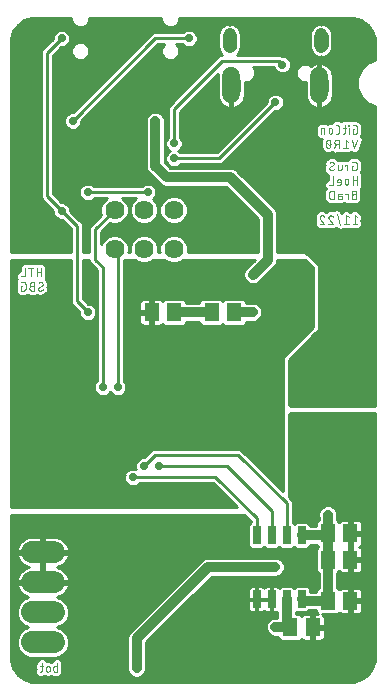
<source format=gbl>
G75*
%MOIN*%
%OFA0B0*%
%FSLAX25Y25*%
%IPPOS*%
%LPD*%
%AMOC8*
5,1,8,0,0,1.08239X$1,22.5*
%
%ADD10C,0.00400*%
%ADD11C,0.06024*%
%ADD12C,0.04165*%
%ADD13C,0.00394*%
%ADD14C,0.00039*%
%ADD15R,0.05118X0.05906*%
%ADD16C,0.06378*%
%ADD17R,0.02559X0.05906*%
%ADD18C,0.07200*%
%ADD19C,0.02756*%
%ADD20C,0.01000*%
%ADD21C,0.03200*%
D10*
X0011652Y0005200D02*
X0011808Y0005200D01*
X0011849Y0005202D01*
X0011889Y0005207D01*
X0011929Y0005216D01*
X0011968Y0005228D01*
X0012005Y0005244D01*
X0012042Y0005263D01*
X0012076Y0005284D01*
X0012108Y0005309D01*
X0012138Y0005337D01*
X0012166Y0005367D01*
X0012191Y0005399D01*
X0012212Y0005433D01*
X0012231Y0005470D01*
X0012247Y0005507D01*
X0012259Y0005546D01*
X0012268Y0005586D01*
X0012273Y0005626D01*
X0012275Y0005667D01*
X0012274Y0005667D02*
X0012274Y0008000D01*
X0012585Y0007067D02*
X0011652Y0007067D01*
X0013579Y0006444D02*
X0013579Y0005822D01*
X0013581Y0005773D01*
X0013587Y0005725D01*
X0013596Y0005677D01*
X0013609Y0005630D01*
X0013626Y0005584D01*
X0013647Y0005540D01*
X0013671Y0005497D01*
X0013698Y0005456D01*
X0013728Y0005418D01*
X0013761Y0005382D01*
X0013797Y0005349D01*
X0013835Y0005319D01*
X0013876Y0005292D01*
X0013919Y0005268D01*
X0013963Y0005247D01*
X0014009Y0005230D01*
X0014056Y0005217D01*
X0014104Y0005208D01*
X0014152Y0005202D01*
X0014201Y0005200D01*
X0014250Y0005202D01*
X0014298Y0005208D01*
X0014346Y0005217D01*
X0014393Y0005230D01*
X0014439Y0005247D01*
X0014483Y0005268D01*
X0014526Y0005292D01*
X0014567Y0005319D01*
X0014605Y0005349D01*
X0014641Y0005382D01*
X0014674Y0005418D01*
X0014704Y0005456D01*
X0014731Y0005497D01*
X0014755Y0005540D01*
X0014776Y0005584D01*
X0014793Y0005630D01*
X0014806Y0005677D01*
X0014815Y0005725D01*
X0014821Y0005773D01*
X0014823Y0005822D01*
X0014823Y0006444D01*
X0014821Y0006493D01*
X0014815Y0006541D01*
X0014806Y0006589D01*
X0014793Y0006636D01*
X0014776Y0006682D01*
X0014755Y0006726D01*
X0014731Y0006769D01*
X0014704Y0006810D01*
X0014674Y0006848D01*
X0014641Y0006884D01*
X0014605Y0006917D01*
X0014567Y0006947D01*
X0014526Y0006974D01*
X0014483Y0006998D01*
X0014439Y0007019D01*
X0014393Y0007036D01*
X0014346Y0007049D01*
X0014298Y0007058D01*
X0014250Y0007064D01*
X0014201Y0007066D01*
X0014152Y0007064D01*
X0014104Y0007058D01*
X0014056Y0007049D01*
X0014009Y0007036D01*
X0013963Y0007019D01*
X0013919Y0006998D01*
X0013876Y0006974D01*
X0013835Y0006947D01*
X0013797Y0006917D01*
X0013761Y0006884D01*
X0013728Y0006848D01*
X0013698Y0006810D01*
X0013671Y0006769D01*
X0013647Y0006726D01*
X0013626Y0006682D01*
X0013609Y0006636D01*
X0013596Y0006589D01*
X0013587Y0006541D01*
X0013581Y0006493D01*
X0013579Y0006444D01*
X0016056Y0006600D02*
X0016056Y0005667D01*
X0016055Y0005667D02*
X0016057Y0005624D01*
X0016063Y0005581D01*
X0016073Y0005539D01*
X0016087Y0005498D01*
X0016104Y0005459D01*
X0016125Y0005421D01*
X0016149Y0005386D01*
X0016177Y0005352D01*
X0016207Y0005322D01*
X0016241Y0005294D01*
X0016276Y0005270D01*
X0016314Y0005249D01*
X0016353Y0005232D01*
X0016394Y0005218D01*
X0016436Y0005208D01*
X0016479Y0005202D01*
X0016522Y0005200D01*
X0017300Y0005200D01*
X0017300Y0008000D01*
X0017300Y0007067D02*
X0016522Y0007067D01*
X0016481Y0007065D01*
X0016441Y0007060D01*
X0016401Y0007051D01*
X0016362Y0007039D01*
X0016325Y0007023D01*
X0016289Y0007004D01*
X0016254Y0006983D01*
X0016222Y0006958D01*
X0016192Y0006930D01*
X0016164Y0006900D01*
X0016139Y0006868D01*
X0016118Y0006834D01*
X0016099Y0006797D01*
X0016083Y0006760D01*
X0016071Y0006721D01*
X0016062Y0006681D01*
X0016057Y0006641D01*
X0016055Y0006600D01*
X0009581Y0132200D02*
X0009581Y0135000D01*
X0008803Y0135000D01*
X0008754Y0134998D01*
X0008706Y0134992D01*
X0008658Y0134983D01*
X0008611Y0134970D01*
X0008565Y0134953D01*
X0008521Y0134932D01*
X0008478Y0134908D01*
X0008437Y0134881D01*
X0008399Y0134851D01*
X0008363Y0134818D01*
X0008330Y0134782D01*
X0008300Y0134744D01*
X0008273Y0134703D01*
X0008249Y0134660D01*
X0008228Y0134616D01*
X0008211Y0134570D01*
X0008198Y0134523D01*
X0008189Y0134475D01*
X0008183Y0134427D01*
X0008181Y0134378D01*
X0008183Y0134329D01*
X0008189Y0134281D01*
X0008198Y0134233D01*
X0008211Y0134186D01*
X0008228Y0134140D01*
X0008249Y0134096D01*
X0008273Y0134053D01*
X0008300Y0134012D01*
X0008330Y0133974D01*
X0008363Y0133938D01*
X0008399Y0133905D01*
X0008437Y0133875D01*
X0008478Y0133848D01*
X0008521Y0133824D01*
X0008565Y0133803D01*
X0008611Y0133786D01*
X0008658Y0133773D01*
X0008706Y0133764D01*
X0008754Y0133758D01*
X0008803Y0133756D01*
X0009581Y0133756D01*
X0008803Y0133756D02*
X0008747Y0133754D01*
X0008692Y0133748D01*
X0008638Y0133738D01*
X0008584Y0133724D01*
X0008531Y0133707D01*
X0008480Y0133686D01*
X0008430Y0133661D01*
X0008382Y0133632D01*
X0008337Y0133601D01*
X0008294Y0133566D01*
X0008253Y0133528D01*
X0008215Y0133487D01*
X0008180Y0133444D01*
X0008149Y0133399D01*
X0008120Y0133351D01*
X0008095Y0133301D01*
X0008074Y0133250D01*
X0008057Y0133197D01*
X0008043Y0133143D01*
X0008033Y0133089D01*
X0008027Y0133034D01*
X0008025Y0132978D01*
X0008027Y0132922D01*
X0008033Y0132867D01*
X0008043Y0132813D01*
X0008057Y0132759D01*
X0008074Y0132706D01*
X0008095Y0132655D01*
X0008120Y0132605D01*
X0008149Y0132557D01*
X0008180Y0132512D01*
X0008215Y0132469D01*
X0008253Y0132428D01*
X0008294Y0132390D01*
X0008337Y0132355D01*
X0008382Y0132324D01*
X0008430Y0132295D01*
X0008480Y0132270D01*
X0008531Y0132249D01*
X0008584Y0132232D01*
X0008638Y0132218D01*
X0008692Y0132208D01*
X0008747Y0132202D01*
X0008803Y0132200D01*
X0009581Y0132200D01*
X0011271Y0133367D02*
X0012127Y0133833D01*
X0011816Y0135000D02*
X0011753Y0134998D01*
X0011691Y0134993D01*
X0011629Y0134985D01*
X0011568Y0134973D01*
X0011507Y0134958D01*
X0011447Y0134940D01*
X0011388Y0134919D01*
X0011331Y0134894D01*
X0011274Y0134867D01*
X0011220Y0134836D01*
X0011167Y0134803D01*
X0011116Y0134767D01*
X0012127Y0133834D02*
X0012166Y0133859D01*
X0012204Y0133887D01*
X0012239Y0133918D01*
X0012272Y0133951D01*
X0012302Y0133987D01*
X0012330Y0134025D01*
X0012355Y0134064D01*
X0012376Y0134106D01*
X0012395Y0134149D01*
X0012410Y0134193D01*
X0012422Y0134239D01*
X0012431Y0134285D01*
X0012436Y0134331D01*
X0012438Y0134378D01*
X0012436Y0134427D01*
X0012430Y0134475D01*
X0012421Y0134523D01*
X0012408Y0134570D01*
X0012391Y0134616D01*
X0012370Y0134660D01*
X0012346Y0134703D01*
X0012319Y0134744D01*
X0012289Y0134782D01*
X0012256Y0134818D01*
X0012220Y0134851D01*
X0012182Y0134881D01*
X0012141Y0134908D01*
X0012098Y0134932D01*
X0012054Y0134953D01*
X0012008Y0134970D01*
X0011961Y0134983D01*
X0011913Y0134992D01*
X0011865Y0134998D01*
X0011816Y0135000D01*
X0012515Y0132589D02*
X0012465Y0132541D01*
X0012413Y0132496D01*
X0012358Y0132454D01*
X0012301Y0132414D01*
X0012242Y0132378D01*
X0012181Y0132345D01*
X0012119Y0132315D01*
X0012055Y0132288D01*
X0011990Y0132265D01*
X0011924Y0132245D01*
X0011857Y0132229D01*
X0011789Y0132216D01*
X0011720Y0132207D01*
X0011651Y0132202D01*
X0011582Y0132200D01*
X0011533Y0132202D01*
X0011485Y0132208D01*
X0011437Y0132217D01*
X0011390Y0132230D01*
X0011344Y0132247D01*
X0011300Y0132268D01*
X0011257Y0132292D01*
X0011216Y0132319D01*
X0011178Y0132349D01*
X0011142Y0132382D01*
X0011109Y0132418D01*
X0011079Y0132456D01*
X0011052Y0132497D01*
X0011028Y0132540D01*
X0011007Y0132584D01*
X0010990Y0132630D01*
X0010977Y0132677D01*
X0010968Y0132725D01*
X0010962Y0132773D01*
X0010960Y0132822D01*
X0010962Y0132869D01*
X0010967Y0132915D01*
X0010976Y0132961D01*
X0010988Y0133007D01*
X0011003Y0133051D01*
X0011022Y0133094D01*
X0011043Y0133136D01*
X0011068Y0133175D01*
X0011096Y0133213D01*
X0011126Y0133249D01*
X0011159Y0133282D01*
X0011194Y0133313D01*
X0011232Y0133341D01*
X0011271Y0133366D01*
X0012020Y0137000D02*
X0012020Y0139800D01*
X0012020Y0138556D02*
X0010464Y0138556D01*
X0010464Y0139800D02*
X0010464Y0137000D01*
X0008458Y0137000D02*
X0008458Y0139800D01*
X0009236Y0139800D02*
X0007680Y0139800D01*
X0006444Y0139800D02*
X0006444Y0137000D01*
X0005200Y0137000D01*
X0005200Y0135000D02*
X0006133Y0135000D01*
X0006182Y0134998D01*
X0006230Y0134992D01*
X0006278Y0134983D01*
X0006325Y0134970D01*
X0006371Y0134953D01*
X0006415Y0134932D01*
X0006458Y0134908D01*
X0006499Y0134881D01*
X0006537Y0134851D01*
X0006573Y0134818D01*
X0006606Y0134782D01*
X0006636Y0134744D01*
X0006663Y0134703D01*
X0006687Y0134660D01*
X0006708Y0134616D01*
X0006725Y0134570D01*
X0006738Y0134523D01*
X0006747Y0134475D01*
X0006753Y0134427D01*
X0006755Y0134378D01*
X0006756Y0134378D02*
X0006756Y0132822D01*
X0006755Y0132822D02*
X0006753Y0132773D01*
X0006747Y0132725D01*
X0006738Y0132677D01*
X0006725Y0132630D01*
X0006708Y0132584D01*
X0006687Y0132540D01*
X0006663Y0132497D01*
X0006636Y0132456D01*
X0006606Y0132418D01*
X0006573Y0132382D01*
X0006537Y0132349D01*
X0006499Y0132319D01*
X0006458Y0132292D01*
X0006415Y0132268D01*
X0006371Y0132247D01*
X0006325Y0132230D01*
X0006278Y0132217D01*
X0006230Y0132208D01*
X0006182Y0132202D01*
X0006133Y0132200D01*
X0005200Y0132200D01*
X0005200Y0133756D01*
X0005667Y0133756D01*
X0104800Y0154500D02*
X0106356Y0154500D01*
X0105034Y0156056D01*
X0105500Y0157300D02*
X0105556Y0157298D01*
X0105613Y0157293D01*
X0105669Y0157284D01*
X0105724Y0157272D01*
X0105778Y0157256D01*
X0105831Y0157237D01*
X0105883Y0157214D01*
X0105933Y0157189D01*
X0105982Y0157160D01*
X0106029Y0157128D01*
X0106073Y0157093D01*
X0106116Y0157056D01*
X0106156Y0157016D01*
X0106193Y0156974D01*
X0106228Y0156929D01*
X0106259Y0156882D01*
X0106288Y0156833D01*
X0106314Y0156783D01*
X0106336Y0156731D01*
X0106355Y0156678D01*
X0105033Y0156055D02*
X0104998Y0156092D01*
X0104965Y0156130D01*
X0104934Y0156171D01*
X0104907Y0156213D01*
X0104882Y0156258D01*
X0104861Y0156304D01*
X0104842Y0156351D01*
X0104827Y0156399D01*
X0104815Y0156449D01*
X0104807Y0156499D01*
X0104802Y0156549D01*
X0104800Y0156600D01*
X0104802Y0156650D01*
X0104807Y0156700D01*
X0104816Y0156749D01*
X0104828Y0156797D01*
X0104844Y0156845D01*
X0104863Y0156891D01*
X0104886Y0156935D01*
X0104911Y0156978D01*
X0104940Y0157019D01*
X0104971Y0157058D01*
X0105005Y0157095D01*
X0105042Y0157129D01*
X0105081Y0157160D01*
X0105122Y0157189D01*
X0105165Y0157214D01*
X0105209Y0157237D01*
X0105255Y0157256D01*
X0105303Y0157272D01*
X0105351Y0157284D01*
X0105400Y0157293D01*
X0105450Y0157298D01*
X0105500Y0157300D01*
X0107914Y0156056D02*
X0109236Y0154500D01*
X0107680Y0154500D01*
X0109235Y0156678D02*
X0109216Y0156731D01*
X0109194Y0156783D01*
X0109168Y0156833D01*
X0109139Y0156882D01*
X0109108Y0156929D01*
X0109073Y0156974D01*
X0109036Y0157016D01*
X0108996Y0157056D01*
X0108953Y0157093D01*
X0108909Y0157128D01*
X0108862Y0157160D01*
X0108813Y0157189D01*
X0108763Y0157214D01*
X0108711Y0157237D01*
X0108658Y0157256D01*
X0108604Y0157272D01*
X0108549Y0157284D01*
X0108493Y0157293D01*
X0108436Y0157298D01*
X0108380Y0157300D01*
X0108330Y0157298D01*
X0108280Y0157293D01*
X0108231Y0157284D01*
X0108183Y0157272D01*
X0108135Y0157256D01*
X0108089Y0157237D01*
X0108045Y0157214D01*
X0108002Y0157189D01*
X0107961Y0157160D01*
X0107922Y0157129D01*
X0107885Y0157095D01*
X0107851Y0157058D01*
X0107820Y0157019D01*
X0107791Y0156978D01*
X0107766Y0156935D01*
X0107743Y0156891D01*
X0107724Y0156845D01*
X0107708Y0156797D01*
X0107696Y0156749D01*
X0107687Y0156700D01*
X0107682Y0156650D01*
X0107680Y0156600D01*
X0107682Y0156549D01*
X0107687Y0156499D01*
X0107695Y0156449D01*
X0107707Y0156399D01*
X0107722Y0156351D01*
X0107741Y0156304D01*
X0107762Y0156258D01*
X0107787Y0156213D01*
X0107814Y0156171D01*
X0107845Y0156130D01*
X0107878Y0156092D01*
X0107913Y0156055D01*
X0110428Y0157611D02*
X0111672Y0154189D01*
X0112864Y0154500D02*
X0114420Y0154500D01*
X0113642Y0154500D02*
X0113642Y0157300D01*
X0114420Y0156678D01*
X0116522Y0157300D02*
X0116522Y0154500D01*
X0117300Y0154500D02*
X0115744Y0154500D01*
X0117300Y0156678D02*
X0116522Y0157300D01*
X0116195Y0162700D02*
X0116973Y0162700D01*
X0116973Y0165500D01*
X0116195Y0165500D01*
X0116146Y0165498D01*
X0116098Y0165492D01*
X0116050Y0165483D01*
X0116003Y0165470D01*
X0115957Y0165453D01*
X0115913Y0165432D01*
X0115870Y0165408D01*
X0115829Y0165381D01*
X0115791Y0165351D01*
X0115755Y0165318D01*
X0115722Y0165282D01*
X0115692Y0165244D01*
X0115665Y0165203D01*
X0115641Y0165160D01*
X0115620Y0165116D01*
X0115603Y0165070D01*
X0115590Y0165023D01*
X0115581Y0164975D01*
X0115575Y0164927D01*
X0115573Y0164878D01*
X0115575Y0164829D01*
X0115581Y0164781D01*
X0115590Y0164733D01*
X0115603Y0164686D01*
X0115620Y0164640D01*
X0115641Y0164596D01*
X0115665Y0164553D01*
X0115692Y0164512D01*
X0115722Y0164474D01*
X0115755Y0164438D01*
X0115791Y0164405D01*
X0115829Y0164375D01*
X0115870Y0164348D01*
X0115913Y0164324D01*
X0115957Y0164303D01*
X0116003Y0164286D01*
X0116050Y0164273D01*
X0116098Y0164264D01*
X0116146Y0164258D01*
X0116195Y0164256D01*
X0116973Y0164256D01*
X0116195Y0164256D02*
X0116139Y0164254D01*
X0116084Y0164248D01*
X0116030Y0164238D01*
X0115976Y0164224D01*
X0115923Y0164207D01*
X0115872Y0164186D01*
X0115822Y0164161D01*
X0115774Y0164132D01*
X0115729Y0164101D01*
X0115686Y0164066D01*
X0115645Y0164028D01*
X0115607Y0163987D01*
X0115572Y0163944D01*
X0115541Y0163899D01*
X0115512Y0163851D01*
X0115487Y0163801D01*
X0115466Y0163750D01*
X0115449Y0163697D01*
X0115435Y0163643D01*
X0115425Y0163589D01*
X0115419Y0163534D01*
X0115417Y0163478D01*
X0115419Y0163422D01*
X0115425Y0163367D01*
X0115435Y0163313D01*
X0115449Y0163259D01*
X0115466Y0163206D01*
X0115487Y0163155D01*
X0115512Y0163105D01*
X0115541Y0163057D01*
X0115572Y0163012D01*
X0115607Y0162969D01*
X0115645Y0162928D01*
X0115686Y0162890D01*
X0115729Y0162855D01*
X0115774Y0162824D01*
X0115822Y0162795D01*
X0115872Y0162770D01*
X0115923Y0162749D01*
X0115976Y0162732D01*
X0116030Y0162718D01*
X0116084Y0162708D01*
X0116139Y0162702D01*
X0116195Y0162700D01*
X0114163Y0162700D02*
X0114163Y0164567D01*
X0113229Y0164567D01*
X0113229Y0164256D01*
X0112128Y0164567D02*
X0111506Y0164567D01*
X0111465Y0164565D01*
X0111425Y0164560D01*
X0111385Y0164551D01*
X0111346Y0164539D01*
X0111309Y0164523D01*
X0111273Y0164504D01*
X0111238Y0164483D01*
X0111206Y0164458D01*
X0111176Y0164430D01*
X0111148Y0164400D01*
X0111123Y0164368D01*
X0111102Y0164334D01*
X0111083Y0164297D01*
X0111067Y0164260D01*
X0111055Y0164221D01*
X0111046Y0164181D01*
X0111041Y0164141D01*
X0111039Y0164100D01*
X0111039Y0162700D01*
X0111739Y0162700D01*
X0111784Y0162702D01*
X0111829Y0162707D01*
X0111873Y0162717D01*
X0111916Y0162729D01*
X0111958Y0162746D01*
X0111998Y0162766D01*
X0112037Y0162789D01*
X0112073Y0162815D01*
X0112107Y0162844D01*
X0112139Y0162876D01*
X0112168Y0162910D01*
X0112194Y0162946D01*
X0112217Y0162985D01*
X0112237Y0163025D01*
X0112254Y0163067D01*
X0112266Y0163110D01*
X0112276Y0163154D01*
X0112281Y0163199D01*
X0112283Y0163244D01*
X0112281Y0163289D01*
X0112276Y0163334D01*
X0112266Y0163378D01*
X0112254Y0163421D01*
X0112237Y0163463D01*
X0112217Y0163503D01*
X0112194Y0163542D01*
X0112168Y0163578D01*
X0112139Y0163612D01*
X0112107Y0163644D01*
X0112073Y0163673D01*
X0112037Y0163699D01*
X0111998Y0163722D01*
X0111958Y0163742D01*
X0111916Y0163759D01*
X0111873Y0163771D01*
X0111829Y0163781D01*
X0111784Y0163786D01*
X0111739Y0163788D01*
X0111739Y0163789D02*
X0111039Y0163789D01*
X0109540Y0162700D02*
X0108762Y0162700D01*
X0108706Y0162702D01*
X0108651Y0162708D01*
X0108597Y0162718D01*
X0108543Y0162732D01*
X0108490Y0162749D01*
X0108439Y0162770D01*
X0108389Y0162795D01*
X0108341Y0162824D01*
X0108296Y0162855D01*
X0108253Y0162890D01*
X0108212Y0162928D01*
X0108174Y0162969D01*
X0108139Y0163012D01*
X0108108Y0163057D01*
X0108079Y0163105D01*
X0108054Y0163155D01*
X0108033Y0163206D01*
X0108016Y0163259D01*
X0108002Y0163313D01*
X0107992Y0163367D01*
X0107986Y0163422D01*
X0107984Y0163478D01*
X0107984Y0164722D01*
X0107986Y0164778D01*
X0107992Y0164833D01*
X0108002Y0164887D01*
X0108016Y0164941D01*
X0108033Y0164994D01*
X0108054Y0165045D01*
X0108079Y0165095D01*
X0108108Y0165143D01*
X0108139Y0165188D01*
X0108174Y0165231D01*
X0108212Y0165272D01*
X0108253Y0165310D01*
X0108296Y0165345D01*
X0108341Y0165376D01*
X0108389Y0165405D01*
X0108439Y0165430D01*
X0108490Y0165451D01*
X0108543Y0165468D01*
X0108597Y0165482D01*
X0108651Y0165492D01*
X0108706Y0165498D01*
X0108762Y0165500D01*
X0109540Y0165500D01*
X0109540Y0162700D01*
X0109229Y0167500D02*
X0107984Y0167500D01*
X0109229Y0167500D02*
X0109229Y0170300D01*
X0110620Y0168744D02*
X0110620Y0168433D01*
X0111864Y0168433D01*
X0111864Y0168744D02*
X0111864Y0167967D01*
X0111865Y0167967D02*
X0111863Y0167926D01*
X0111858Y0167886D01*
X0111849Y0167846D01*
X0111837Y0167807D01*
X0111821Y0167770D01*
X0111802Y0167734D01*
X0111781Y0167699D01*
X0111756Y0167667D01*
X0111728Y0167637D01*
X0111698Y0167609D01*
X0111666Y0167584D01*
X0111632Y0167563D01*
X0111595Y0167544D01*
X0111558Y0167528D01*
X0111519Y0167516D01*
X0111479Y0167507D01*
X0111439Y0167502D01*
X0111398Y0167500D01*
X0110620Y0167500D01*
X0110620Y0168744D02*
X0110622Y0168793D01*
X0110628Y0168841D01*
X0110637Y0168889D01*
X0110650Y0168936D01*
X0110667Y0168982D01*
X0110688Y0169026D01*
X0110712Y0169069D01*
X0110739Y0169110D01*
X0110769Y0169148D01*
X0110802Y0169184D01*
X0110838Y0169217D01*
X0110876Y0169247D01*
X0110917Y0169274D01*
X0110960Y0169298D01*
X0111004Y0169319D01*
X0111050Y0169336D01*
X0111097Y0169349D01*
X0111145Y0169358D01*
X0111193Y0169364D01*
X0111242Y0169366D01*
X0111291Y0169364D01*
X0111339Y0169358D01*
X0111387Y0169349D01*
X0111434Y0169336D01*
X0111480Y0169319D01*
X0111524Y0169298D01*
X0111567Y0169274D01*
X0111608Y0169247D01*
X0111646Y0169217D01*
X0111682Y0169184D01*
X0111715Y0169148D01*
X0111745Y0169110D01*
X0111772Y0169069D01*
X0111796Y0169026D01*
X0111817Y0168982D01*
X0111834Y0168936D01*
X0111847Y0168889D01*
X0111856Y0168841D01*
X0111862Y0168793D01*
X0111864Y0168744D01*
X0113116Y0168744D02*
X0113116Y0168122D01*
X0113118Y0168073D01*
X0113124Y0168025D01*
X0113133Y0167977D01*
X0113146Y0167930D01*
X0113163Y0167884D01*
X0113184Y0167840D01*
X0113208Y0167797D01*
X0113235Y0167756D01*
X0113265Y0167718D01*
X0113298Y0167682D01*
X0113334Y0167649D01*
X0113372Y0167619D01*
X0113413Y0167592D01*
X0113456Y0167568D01*
X0113500Y0167547D01*
X0113546Y0167530D01*
X0113593Y0167517D01*
X0113641Y0167508D01*
X0113689Y0167502D01*
X0113738Y0167500D01*
X0113787Y0167502D01*
X0113835Y0167508D01*
X0113883Y0167517D01*
X0113930Y0167530D01*
X0113976Y0167547D01*
X0114020Y0167568D01*
X0114063Y0167592D01*
X0114104Y0167619D01*
X0114142Y0167649D01*
X0114178Y0167682D01*
X0114211Y0167718D01*
X0114241Y0167756D01*
X0114268Y0167797D01*
X0114292Y0167840D01*
X0114313Y0167884D01*
X0114330Y0167930D01*
X0114343Y0167977D01*
X0114352Y0168025D01*
X0114358Y0168073D01*
X0114360Y0168122D01*
X0114360Y0168744D01*
X0114358Y0168793D01*
X0114352Y0168841D01*
X0114343Y0168889D01*
X0114330Y0168936D01*
X0114313Y0168982D01*
X0114292Y0169026D01*
X0114268Y0169069D01*
X0114241Y0169110D01*
X0114211Y0169148D01*
X0114178Y0169184D01*
X0114142Y0169217D01*
X0114104Y0169247D01*
X0114063Y0169274D01*
X0114020Y0169298D01*
X0113976Y0169319D01*
X0113930Y0169336D01*
X0113883Y0169349D01*
X0113835Y0169358D01*
X0113787Y0169364D01*
X0113738Y0169366D01*
X0113689Y0169364D01*
X0113641Y0169358D01*
X0113593Y0169349D01*
X0113546Y0169336D01*
X0113500Y0169319D01*
X0113456Y0169298D01*
X0113413Y0169274D01*
X0113372Y0169247D01*
X0113334Y0169217D01*
X0113298Y0169184D01*
X0113265Y0169148D01*
X0113235Y0169110D01*
X0113208Y0169069D01*
X0113184Y0169026D01*
X0113163Y0168982D01*
X0113146Y0168936D01*
X0113133Y0168889D01*
X0113124Y0168841D01*
X0113118Y0168793D01*
X0113116Y0168744D01*
X0115744Y0169056D02*
X0117300Y0169056D01*
X0117300Y0170300D02*
X0117300Y0167500D01*
X0115744Y0167500D02*
X0115744Y0170300D01*
X0115568Y0172300D02*
X0116502Y0172300D01*
X0116551Y0172302D01*
X0116599Y0172308D01*
X0116647Y0172317D01*
X0116694Y0172330D01*
X0116740Y0172347D01*
X0116784Y0172368D01*
X0116827Y0172392D01*
X0116868Y0172419D01*
X0116906Y0172449D01*
X0116942Y0172482D01*
X0116975Y0172518D01*
X0117005Y0172556D01*
X0117032Y0172597D01*
X0117056Y0172640D01*
X0117077Y0172684D01*
X0117094Y0172730D01*
X0117107Y0172777D01*
X0117116Y0172825D01*
X0117122Y0172873D01*
X0117124Y0172922D01*
X0117124Y0174478D01*
X0117122Y0174527D01*
X0117116Y0174575D01*
X0117107Y0174623D01*
X0117094Y0174670D01*
X0117077Y0174716D01*
X0117056Y0174760D01*
X0117032Y0174803D01*
X0117005Y0174844D01*
X0116975Y0174882D01*
X0116942Y0174918D01*
X0116906Y0174951D01*
X0116868Y0174981D01*
X0116827Y0175008D01*
X0116784Y0175032D01*
X0116740Y0175053D01*
X0116694Y0175070D01*
X0116647Y0175083D01*
X0116599Y0175092D01*
X0116551Y0175098D01*
X0116502Y0175100D01*
X0115568Y0175100D01*
X0115568Y0173856D02*
X0115568Y0172300D01*
X0114067Y0172300D02*
X0114067Y0174167D01*
X0113134Y0174167D01*
X0113134Y0173856D01*
X0112072Y0174167D02*
X0112072Y0172767D01*
X0112073Y0172767D02*
X0112071Y0172726D01*
X0112066Y0172686D01*
X0112057Y0172646D01*
X0112045Y0172607D01*
X0112029Y0172570D01*
X0112010Y0172534D01*
X0111989Y0172499D01*
X0111964Y0172467D01*
X0111936Y0172437D01*
X0111906Y0172409D01*
X0111874Y0172384D01*
X0111840Y0172363D01*
X0111803Y0172344D01*
X0111766Y0172328D01*
X0111727Y0172316D01*
X0111687Y0172307D01*
X0111647Y0172302D01*
X0111606Y0172300D01*
X0110828Y0172300D01*
X0110828Y0174167D01*
X0109151Y0173933D02*
X0108295Y0173467D01*
X0108607Y0172300D02*
X0108676Y0172302D01*
X0108745Y0172307D01*
X0108814Y0172316D01*
X0108882Y0172329D01*
X0108949Y0172345D01*
X0109015Y0172365D01*
X0109080Y0172388D01*
X0109144Y0172415D01*
X0109206Y0172445D01*
X0109267Y0172478D01*
X0109326Y0172514D01*
X0109383Y0172554D01*
X0109438Y0172596D01*
X0109490Y0172641D01*
X0109540Y0172689D01*
X0108295Y0173466D02*
X0108256Y0173441D01*
X0108218Y0173413D01*
X0108183Y0173382D01*
X0108150Y0173349D01*
X0108120Y0173313D01*
X0108092Y0173275D01*
X0108067Y0173236D01*
X0108046Y0173194D01*
X0108027Y0173151D01*
X0108012Y0173107D01*
X0108000Y0173061D01*
X0107991Y0173015D01*
X0107986Y0172969D01*
X0107984Y0172922D01*
X0107985Y0172922D02*
X0107987Y0172873D01*
X0107993Y0172825D01*
X0108002Y0172777D01*
X0108015Y0172730D01*
X0108032Y0172684D01*
X0108053Y0172640D01*
X0108077Y0172597D01*
X0108104Y0172556D01*
X0108134Y0172518D01*
X0108167Y0172482D01*
X0108203Y0172449D01*
X0108241Y0172419D01*
X0108282Y0172392D01*
X0108325Y0172368D01*
X0108369Y0172347D01*
X0108415Y0172330D01*
X0108462Y0172317D01*
X0108510Y0172308D01*
X0108558Y0172302D01*
X0108607Y0172300D01*
X0108140Y0174867D02*
X0108191Y0174903D01*
X0108244Y0174936D01*
X0108298Y0174967D01*
X0108355Y0174994D01*
X0108412Y0175019D01*
X0108471Y0175040D01*
X0108531Y0175058D01*
X0108592Y0175073D01*
X0108653Y0175085D01*
X0108715Y0175093D01*
X0108777Y0175098D01*
X0108840Y0175100D01*
X0108889Y0175098D01*
X0108937Y0175092D01*
X0108985Y0175083D01*
X0109032Y0175070D01*
X0109078Y0175053D01*
X0109122Y0175032D01*
X0109165Y0175008D01*
X0109206Y0174981D01*
X0109244Y0174951D01*
X0109280Y0174918D01*
X0109313Y0174882D01*
X0109343Y0174844D01*
X0109370Y0174803D01*
X0109394Y0174760D01*
X0109415Y0174716D01*
X0109432Y0174670D01*
X0109445Y0174623D01*
X0109454Y0174575D01*
X0109460Y0174527D01*
X0109462Y0174478D01*
X0109460Y0174431D01*
X0109455Y0174385D01*
X0109446Y0174339D01*
X0109434Y0174293D01*
X0109419Y0174249D01*
X0109400Y0174206D01*
X0109379Y0174164D01*
X0109354Y0174125D01*
X0109326Y0174087D01*
X0109296Y0174051D01*
X0109263Y0174018D01*
X0109228Y0173987D01*
X0109190Y0173959D01*
X0109151Y0173934D01*
X0109709Y0179700D02*
X0110331Y0180944D01*
X0110487Y0180944D02*
X0111265Y0180944D01*
X0110487Y0180944D02*
X0110431Y0180946D01*
X0110376Y0180952D01*
X0110322Y0180962D01*
X0110268Y0180976D01*
X0110215Y0180993D01*
X0110164Y0181014D01*
X0110114Y0181039D01*
X0110066Y0181068D01*
X0110021Y0181099D01*
X0109978Y0181134D01*
X0109937Y0181172D01*
X0109899Y0181213D01*
X0109864Y0181256D01*
X0109833Y0181301D01*
X0109804Y0181349D01*
X0109779Y0181399D01*
X0109758Y0181450D01*
X0109741Y0181503D01*
X0109727Y0181557D01*
X0109717Y0181611D01*
X0109711Y0181666D01*
X0109709Y0181722D01*
X0109711Y0181778D01*
X0109717Y0181833D01*
X0109727Y0181887D01*
X0109741Y0181941D01*
X0109758Y0181994D01*
X0109779Y0182045D01*
X0109804Y0182095D01*
X0109833Y0182143D01*
X0109864Y0182188D01*
X0109899Y0182231D01*
X0109937Y0182272D01*
X0109978Y0182310D01*
X0110021Y0182345D01*
X0110066Y0182376D01*
X0110114Y0182405D01*
X0110164Y0182430D01*
X0110215Y0182451D01*
X0110268Y0182468D01*
X0110322Y0182482D01*
X0110376Y0182492D01*
X0110431Y0182498D01*
X0110487Y0182500D01*
X0111265Y0182500D01*
X0111265Y0179700D01*
X0112709Y0179700D02*
X0114264Y0179700D01*
X0113487Y0179700D02*
X0113487Y0182500D01*
X0114264Y0181878D01*
X0115433Y0182500D02*
X0116367Y0179700D01*
X0117300Y0182500D01*
X0116678Y0184500D02*
X0115744Y0184500D01*
X0115744Y0186056D01*
X0116211Y0186056D01*
X0117300Y0186678D02*
X0117298Y0186727D01*
X0117292Y0186775D01*
X0117283Y0186823D01*
X0117270Y0186870D01*
X0117253Y0186916D01*
X0117232Y0186960D01*
X0117208Y0187003D01*
X0117181Y0187044D01*
X0117151Y0187082D01*
X0117118Y0187118D01*
X0117082Y0187151D01*
X0117044Y0187181D01*
X0117003Y0187208D01*
X0116960Y0187232D01*
X0116916Y0187253D01*
X0116870Y0187270D01*
X0116823Y0187283D01*
X0116775Y0187292D01*
X0116727Y0187298D01*
X0116678Y0187300D01*
X0115744Y0187300D01*
X0114488Y0187300D02*
X0114332Y0187300D01*
X0114332Y0187144D01*
X0114488Y0187144D01*
X0114488Y0187300D01*
X0114410Y0186367D02*
X0114410Y0184500D01*
X0113156Y0184967D02*
X0113156Y0187300D01*
X0113467Y0186367D02*
X0112533Y0186367D01*
X0111359Y0186678D02*
X0111359Y0185122D01*
X0111357Y0185073D01*
X0111351Y0185025D01*
X0111342Y0184977D01*
X0111329Y0184930D01*
X0111312Y0184884D01*
X0111291Y0184840D01*
X0111267Y0184797D01*
X0111240Y0184756D01*
X0111210Y0184718D01*
X0111177Y0184682D01*
X0111141Y0184649D01*
X0111103Y0184619D01*
X0111062Y0184592D01*
X0111019Y0184568D01*
X0110975Y0184547D01*
X0110929Y0184530D01*
X0110882Y0184517D01*
X0110834Y0184508D01*
X0110786Y0184502D01*
X0110737Y0184500D01*
X0110114Y0184500D01*
X0108985Y0185122D02*
X0108985Y0185744D01*
X0108984Y0185744D02*
X0108982Y0185793D01*
X0108976Y0185841D01*
X0108967Y0185889D01*
X0108954Y0185936D01*
X0108937Y0185982D01*
X0108916Y0186026D01*
X0108892Y0186069D01*
X0108865Y0186110D01*
X0108835Y0186148D01*
X0108802Y0186184D01*
X0108766Y0186217D01*
X0108728Y0186247D01*
X0108687Y0186274D01*
X0108644Y0186298D01*
X0108600Y0186319D01*
X0108554Y0186336D01*
X0108507Y0186349D01*
X0108459Y0186358D01*
X0108411Y0186364D01*
X0108362Y0186366D01*
X0108313Y0186364D01*
X0108265Y0186358D01*
X0108217Y0186349D01*
X0108170Y0186336D01*
X0108124Y0186319D01*
X0108080Y0186298D01*
X0108037Y0186274D01*
X0107996Y0186247D01*
X0107958Y0186217D01*
X0107922Y0186184D01*
X0107889Y0186148D01*
X0107859Y0186110D01*
X0107832Y0186069D01*
X0107808Y0186026D01*
X0107787Y0185982D01*
X0107770Y0185936D01*
X0107757Y0185889D01*
X0107748Y0185841D01*
X0107742Y0185793D01*
X0107740Y0185744D01*
X0107740Y0185122D01*
X0107742Y0185073D01*
X0107748Y0185025D01*
X0107757Y0184977D01*
X0107770Y0184930D01*
X0107787Y0184884D01*
X0107808Y0184840D01*
X0107832Y0184797D01*
X0107859Y0184756D01*
X0107889Y0184718D01*
X0107922Y0184682D01*
X0107958Y0184649D01*
X0107996Y0184619D01*
X0108037Y0184592D01*
X0108080Y0184568D01*
X0108124Y0184547D01*
X0108170Y0184530D01*
X0108217Y0184517D01*
X0108265Y0184508D01*
X0108313Y0184502D01*
X0108362Y0184500D01*
X0108411Y0184502D01*
X0108459Y0184508D01*
X0108507Y0184517D01*
X0108554Y0184530D01*
X0108600Y0184547D01*
X0108644Y0184568D01*
X0108687Y0184592D01*
X0108728Y0184619D01*
X0108766Y0184649D01*
X0108802Y0184682D01*
X0108835Y0184718D01*
X0108865Y0184756D01*
X0108892Y0184797D01*
X0108916Y0184840D01*
X0108937Y0184884D01*
X0108954Y0184930D01*
X0108967Y0184977D01*
X0108976Y0185025D01*
X0108982Y0185073D01*
X0108984Y0185122D01*
X0110737Y0187300D02*
X0110786Y0187298D01*
X0110834Y0187292D01*
X0110882Y0187283D01*
X0110929Y0187270D01*
X0110975Y0187253D01*
X0111019Y0187232D01*
X0111062Y0187208D01*
X0111103Y0187181D01*
X0111141Y0187151D01*
X0111177Y0187118D01*
X0111210Y0187082D01*
X0111240Y0187044D01*
X0111267Y0187003D01*
X0111291Y0186960D01*
X0111312Y0186916D01*
X0111329Y0186870D01*
X0111342Y0186823D01*
X0111351Y0186775D01*
X0111357Y0186727D01*
X0111359Y0186678D01*
X0110737Y0187300D02*
X0110114Y0187300D01*
X0112689Y0184500D02*
X0112730Y0184502D01*
X0112770Y0184507D01*
X0112810Y0184516D01*
X0112849Y0184528D01*
X0112886Y0184544D01*
X0112923Y0184563D01*
X0112957Y0184584D01*
X0112989Y0184609D01*
X0113019Y0184637D01*
X0113047Y0184667D01*
X0113072Y0184699D01*
X0113093Y0184734D01*
X0113112Y0184770D01*
X0113128Y0184807D01*
X0113140Y0184846D01*
X0113149Y0184886D01*
X0113154Y0184926D01*
X0113156Y0184967D01*
X0112689Y0184500D02*
X0112533Y0184500D01*
X0116678Y0184500D02*
X0116727Y0184502D01*
X0116775Y0184508D01*
X0116823Y0184517D01*
X0116870Y0184530D01*
X0116916Y0184547D01*
X0116960Y0184568D01*
X0117003Y0184592D01*
X0117044Y0184619D01*
X0117082Y0184649D01*
X0117118Y0184682D01*
X0117151Y0184718D01*
X0117181Y0184756D01*
X0117208Y0184797D01*
X0117232Y0184840D01*
X0117253Y0184884D01*
X0117270Y0184930D01*
X0117283Y0184977D01*
X0117292Y0185025D01*
X0117298Y0185073D01*
X0117300Y0185122D01*
X0117300Y0186678D01*
X0106853Y0181100D02*
X0106855Y0181005D01*
X0106861Y0180910D01*
X0106871Y0180815D01*
X0106884Y0180721D01*
X0106902Y0180628D01*
X0106923Y0180535D01*
X0106948Y0180443D01*
X0106977Y0180353D01*
X0107010Y0180263D01*
X0107046Y0180175D01*
X0107086Y0180089D01*
X0107631Y0179700D02*
X0107676Y0179702D01*
X0107720Y0179707D01*
X0107764Y0179716D01*
X0107807Y0179727D01*
X0107849Y0179743D01*
X0107889Y0179761D01*
X0107928Y0179783D01*
X0107966Y0179807D01*
X0108001Y0179835D01*
X0108034Y0179865D01*
X0108065Y0179897D01*
X0108093Y0179932D01*
X0108118Y0179969D01*
X0108140Y0180007D01*
X0108160Y0180048D01*
X0108176Y0180089D01*
X0108253Y0180322D02*
X0107008Y0181878D01*
X0107086Y0182111D02*
X0107102Y0182152D01*
X0107122Y0182193D01*
X0107144Y0182231D01*
X0107169Y0182268D01*
X0107197Y0182303D01*
X0107228Y0182335D01*
X0107261Y0182365D01*
X0107296Y0182393D01*
X0107334Y0182417D01*
X0107373Y0182439D01*
X0107413Y0182457D01*
X0107455Y0182473D01*
X0107498Y0182484D01*
X0107542Y0182493D01*
X0107586Y0182498D01*
X0107631Y0182500D01*
X0107676Y0182498D01*
X0107720Y0182493D01*
X0107764Y0182484D01*
X0107807Y0182473D01*
X0107849Y0182457D01*
X0107889Y0182439D01*
X0107928Y0182417D01*
X0107966Y0182393D01*
X0108001Y0182365D01*
X0108034Y0182335D01*
X0108065Y0182303D01*
X0108093Y0182268D01*
X0108118Y0182231D01*
X0108140Y0182193D01*
X0108160Y0182152D01*
X0108176Y0182111D01*
X0107086Y0182111D02*
X0107046Y0182025D01*
X0107010Y0181937D01*
X0106977Y0181847D01*
X0106948Y0181757D01*
X0106923Y0181665D01*
X0106902Y0181572D01*
X0106884Y0181479D01*
X0106871Y0181385D01*
X0106861Y0181290D01*
X0106855Y0181195D01*
X0106853Y0181100D01*
X0108408Y0181100D02*
X0108406Y0181195D01*
X0108400Y0181290D01*
X0108390Y0181385D01*
X0108377Y0181479D01*
X0108359Y0181572D01*
X0108338Y0181665D01*
X0108313Y0181757D01*
X0108284Y0181847D01*
X0108251Y0181937D01*
X0108215Y0182025D01*
X0108175Y0182111D01*
X0107086Y0180089D02*
X0107102Y0180048D01*
X0107122Y0180007D01*
X0107144Y0179969D01*
X0107169Y0179932D01*
X0107197Y0179897D01*
X0107228Y0179865D01*
X0107261Y0179835D01*
X0107296Y0179807D01*
X0107334Y0179783D01*
X0107373Y0179761D01*
X0107413Y0179743D01*
X0107455Y0179727D01*
X0107498Y0179716D01*
X0107542Y0179707D01*
X0107586Y0179702D01*
X0107631Y0179700D01*
X0108175Y0180089D02*
X0108215Y0180175D01*
X0108251Y0180263D01*
X0108284Y0180353D01*
X0108313Y0180443D01*
X0108338Y0180535D01*
X0108359Y0180628D01*
X0108377Y0180721D01*
X0108390Y0180815D01*
X0108400Y0180910D01*
X0108406Y0181005D01*
X0108408Y0181100D01*
X0106393Y0184500D02*
X0106393Y0186367D01*
X0105615Y0186367D01*
X0105572Y0186365D01*
X0105529Y0186359D01*
X0105487Y0186349D01*
X0105446Y0186335D01*
X0105407Y0186318D01*
X0105369Y0186297D01*
X0105334Y0186273D01*
X0105300Y0186245D01*
X0105270Y0186215D01*
X0105242Y0186181D01*
X0105218Y0186146D01*
X0105197Y0186108D01*
X0105180Y0186069D01*
X0105166Y0186028D01*
X0105156Y0185986D01*
X0105150Y0185943D01*
X0105148Y0185900D01*
X0105148Y0184500D01*
X0115568Y0173856D02*
X0116035Y0173856D01*
D11*
X0104665Y0197571D02*
X0104665Y0203594D01*
X0075335Y0203594D02*
X0075335Y0197571D01*
D12*
X0074744Y0213461D02*
X0074744Y0217626D01*
X0105256Y0217626D02*
X0105256Y0213461D01*
D13*
X0104964Y0204504D02*
X0104367Y0204504D01*
X0103783Y0204380D01*
X0103238Y0204137D01*
X0102755Y0203787D01*
X0102356Y0203343D01*
X0102058Y0202826D01*
X0101873Y0202259D01*
X0101811Y0201665D01*
X0101811Y0199500D01*
X0101873Y0198907D01*
X0102058Y0198339D01*
X0102356Y0197822D01*
X0102755Y0197379D01*
X0103238Y0197028D01*
X0103783Y0196785D01*
X0104367Y0196661D01*
X0104964Y0196661D01*
X0105547Y0196785D01*
X0106093Y0197028D01*
X0106575Y0197379D01*
X0106975Y0197822D01*
X0107273Y0198339D01*
X0107457Y0198907D01*
X0107520Y0199500D01*
X0107520Y0201665D01*
X0107457Y0202259D01*
X0107273Y0202826D01*
X0106975Y0203343D01*
X0106575Y0203787D01*
X0106093Y0204137D01*
X0105547Y0204380D01*
X0104964Y0204504D01*
X0105632Y0204343D02*
X0103699Y0204343D01*
X0102981Y0203950D02*
X0106350Y0203950D01*
X0106781Y0203558D02*
X0102550Y0203558D01*
X0102254Y0203166D02*
X0107077Y0203166D01*
X0107290Y0202774D02*
X0102041Y0202774D01*
X0101913Y0202381D02*
X0107417Y0202381D01*
X0107486Y0201989D02*
X0101845Y0201989D01*
X0101811Y0201597D02*
X0107520Y0201597D01*
X0107520Y0201205D02*
X0101811Y0201205D01*
X0101811Y0200813D02*
X0107520Y0200813D01*
X0107520Y0200420D02*
X0101811Y0200420D01*
X0101811Y0200028D02*
X0107520Y0200028D01*
X0107520Y0199636D02*
X0101811Y0199636D01*
X0101838Y0199244D02*
X0107493Y0199244D01*
X0107439Y0198852D02*
X0101891Y0198852D01*
X0102019Y0198459D02*
X0107312Y0198459D01*
X0107116Y0198067D02*
X0102215Y0198067D01*
X0102489Y0197675D02*
X0106842Y0197675D01*
X0106443Y0197283D02*
X0102888Y0197283D01*
X0103547Y0196890D02*
X0105783Y0196890D01*
X0078189Y0199500D02*
X0078189Y0201665D01*
X0078127Y0202259D01*
X0077942Y0202826D01*
X0077644Y0203343D01*
X0077245Y0203787D01*
X0076762Y0204137D01*
X0076217Y0204380D01*
X0075633Y0204504D01*
X0075036Y0204504D01*
X0074453Y0204380D01*
X0073907Y0204137D01*
X0073425Y0203787D01*
X0073025Y0203343D01*
X0072727Y0202826D01*
X0072543Y0202259D01*
X0072480Y0201665D01*
X0072480Y0199500D01*
X0072543Y0198907D01*
X0072727Y0198339D01*
X0073025Y0197822D01*
X0073425Y0197379D01*
X0073907Y0197028D01*
X0074453Y0196785D01*
X0075036Y0196661D01*
X0075633Y0196661D01*
X0076217Y0196785D01*
X0076762Y0197028D01*
X0077245Y0197379D01*
X0077644Y0197822D01*
X0077942Y0198339D01*
X0078127Y0198907D01*
X0078189Y0199500D01*
X0078189Y0199636D02*
X0072480Y0199636D01*
X0072480Y0200028D02*
X0078189Y0200028D01*
X0078189Y0200420D02*
X0072480Y0200420D01*
X0072480Y0200813D02*
X0078189Y0200813D01*
X0078189Y0201205D02*
X0072480Y0201205D01*
X0072480Y0201597D02*
X0078189Y0201597D01*
X0078155Y0201989D02*
X0072514Y0201989D01*
X0072583Y0202381D02*
X0078087Y0202381D01*
X0077959Y0202774D02*
X0072710Y0202774D01*
X0072923Y0203166D02*
X0077746Y0203166D01*
X0077450Y0203558D02*
X0073219Y0203558D01*
X0073650Y0203950D02*
X0077019Y0203950D01*
X0076301Y0204343D02*
X0074368Y0204343D01*
X0072507Y0199244D02*
X0078162Y0199244D01*
X0078109Y0198852D02*
X0072561Y0198852D01*
X0072688Y0198459D02*
X0077981Y0198459D01*
X0077785Y0198067D02*
X0072884Y0198067D01*
X0073158Y0197675D02*
X0077511Y0197675D01*
X0077112Y0197283D02*
X0073557Y0197283D01*
X0074217Y0196890D02*
X0076453Y0196890D01*
D14*
X0074981Y0212012D02*
X0074507Y0212012D01*
X0074045Y0212111D01*
X0073612Y0212303D01*
X0073229Y0212581D01*
X0072913Y0212933D01*
X0072676Y0213343D01*
X0072530Y0213793D01*
X0072480Y0214264D01*
X0072480Y0216823D01*
X0072530Y0217294D01*
X0072676Y0217744D01*
X0072913Y0218153D01*
X0073229Y0218505D01*
X0073612Y0218783D01*
X0074045Y0218976D01*
X0074507Y0219074D01*
X0074981Y0219074D01*
X0075444Y0218976D01*
X0075876Y0218783D01*
X0076259Y0218505D01*
X0076576Y0218153D01*
X0076812Y0217744D01*
X0076958Y0217294D01*
X0077008Y0216823D01*
X0077008Y0214264D01*
X0076958Y0213793D01*
X0076812Y0213343D01*
X0076576Y0212933D01*
X0076259Y0212581D01*
X0075876Y0212303D01*
X0075444Y0212111D01*
X0074981Y0212012D01*
X0075027Y0212022D02*
X0074461Y0212022D01*
X0074283Y0212060D02*
X0075205Y0212060D01*
X0075383Y0212098D02*
X0074105Y0212098D01*
X0073988Y0212136D02*
X0075500Y0212136D01*
X0075585Y0212174D02*
X0073903Y0212174D01*
X0073818Y0212212D02*
X0075670Y0212212D01*
X0075755Y0212249D02*
X0073733Y0212249D01*
X0073648Y0212287D02*
X0075840Y0212287D01*
X0075906Y0212325D02*
X0073582Y0212325D01*
X0073530Y0212363D02*
X0075958Y0212363D01*
X0076010Y0212401D02*
X0073478Y0212401D01*
X0073426Y0212439D02*
X0076063Y0212439D01*
X0076115Y0212477D02*
X0073373Y0212477D01*
X0073321Y0212515D02*
X0076167Y0212515D01*
X0076219Y0212553D02*
X0073269Y0212553D01*
X0073221Y0212590D02*
X0076267Y0212590D01*
X0076301Y0212628D02*
X0073187Y0212628D01*
X0073153Y0212666D02*
X0076335Y0212666D01*
X0076369Y0212704D02*
X0073119Y0212704D01*
X0073085Y0212742D02*
X0076403Y0212742D01*
X0076437Y0212780D02*
X0073051Y0212780D01*
X0073017Y0212818D02*
X0076472Y0212818D01*
X0076506Y0212856D02*
X0072983Y0212856D01*
X0072948Y0212893D02*
X0076540Y0212893D01*
X0076574Y0212931D02*
X0072914Y0212931D01*
X0072892Y0212969D02*
X0076596Y0212969D01*
X0076618Y0213007D02*
X0072870Y0213007D01*
X0072848Y0213045D02*
X0076640Y0213045D01*
X0076662Y0213083D02*
X0072826Y0213083D01*
X0072804Y0213121D02*
X0076684Y0213121D01*
X0076706Y0213159D02*
X0072782Y0213159D01*
X0072761Y0213197D02*
X0076728Y0213197D01*
X0076749Y0213234D02*
X0072739Y0213234D01*
X0072717Y0213272D02*
X0076771Y0213272D01*
X0076793Y0213310D02*
X0072695Y0213310D01*
X0072674Y0213348D02*
X0076814Y0213348D01*
X0076826Y0213386D02*
X0072662Y0213386D01*
X0072650Y0213424D02*
X0076838Y0213424D01*
X0076851Y0213462D02*
X0072637Y0213462D01*
X0072625Y0213500D02*
X0076863Y0213500D01*
X0076875Y0213537D02*
X0072613Y0213537D01*
X0072601Y0213575D02*
X0076888Y0213575D01*
X0076900Y0213613D02*
X0072588Y0213613D01*
X0072576Y0213651D02*
X0076912Y0213651D01*
X0076925Y0213689D02*
X0072564Y0213689D01*
X0072551Y0213727D02*
X0076937Y0213727D01*
X0076949Y0213765D02*
X0072539Y0213765D01*
X0072529Y0213803D02*
X0076959Y0213803D01*
X0076963Y0213840D02*
X0072525Y0213840D01*
X0072521Y0213878D02*
X0076967Y0213878D01*
X0076971Y0213916D02*
X0072517Y0213916D01*
X0072513Y0213954D02*
X0076975Y0213954D01*
X0076979Y0213992D02*
X0072509Y0213992D01*
X0072505Y0214030D02*
X0076983Y0214030D01*
X0076987Y0214068D02*
X0072501Y0214068D01*
X0072497Y0214106D02*
X0076991Y0214106D01*
X0076995Y0214144D02*
X0072493Y0214144D01*
X0072489Y0214181D02*
X0076999Y0214181D01*
X0077003Y0214219D02*
X0072485Y0214219D01*
X0072481Y0214257D02*
X0077007Y0214257D01*
X0077008Y0214295D02*
X0072480Y0214295D01*
X0072480Y0214333D02*
X0077008Y0214333D01*
X0077008Y0214371D02*
X0072480Y0214371D01*
X0072480Y0214409D02*
X0077008Y0214409D01*
X0077008Y0214447D02*
X0072480Y0214447D01*
X0072480Y0214484D02*
X0077008Y0214484D01*
X0077008Y0214522D02*
X0072480Y0214522D01*
X0072480Y0214560D02*
X0077008Y0214560D01*
X0077008Y0214598D02*
X0072480Y0214598D01*
X0072480Y0214636D02*
X0077008Y0214636D01*
X0077008Y0214674D02*
X0072480Y0214674D01*
X0072480Y0214712D02*
X0077008Y0214712D01*
X0077008Y0214750D02*
X0072480Y0214750D01*
X0072480Y0214788D02*
X0077008Y0214788D01*
X0077008Y0214825D02*
X0072480Y0214825D01*
X0072480Y0214863D02*
X0077008Y0214863D01*
X0077008Y0214901D02*
X0072480Y0214901D01*
X0072480Y0214939D02*
X0077008Y0214939D01*
X0077008Y0214977D02*
X0072480Y0214977D01*
X0072480Y0215015D02*
X0077008Y0215015D01*
X0077008Y0215053D02*
X0072480Y0215053D01*
X0072480Y0215091D02*
X0077008Y0215091D01*
X0077008Y0215128D02*
X0072480Y0215128D01*
X0072480Y0215166D02*
X0077008Y0215166D01*
X0077008Y0215204D02*
X0072480Y0215204D01*
X0072480Y0215242D02*
X0077008Y0215242D01*
X0077008Y0215280D02*
X0072480Y0215280D01*
X0072480Y0215318D02*
X0077008Y0215318D01*
X0077008Y0215356D02*
X0072480Y0215356D01*
X0072480Y0215394D02*
X0077008Y0215394D01*
X0077008Y0215432D02*
X0072480Y0215432D01*
X0072480Y0215469D02*
X0077008Y0215469D01*
X0077008Y0215507D02*
X0072480Y0215507D01*
X0072480Y0215545D02*
X0077008Y0215545D01*
X0077008Y0215583D02*
X0072480Y0215583D01*
X0072480Y0215621D02*
X0077008Y0215621D01*
X0077008Y0215659D02*
X0072480Y0215659D01*
X0072480Y0215697D02*
X0077008Y0215697D01*
X0077008Y0215735D02*
X0072480Y0215735D01*
X0072480Y0215772D02*
X0077008Y0215772D01*
X0077008Y0215810D02*
X0072480Y0215810D01*
X0072480Y0215848D02*
X0077008Y0215848D01*
X0077008Y0215886D02*
X0072480Y0215886D01*
X0072480Y0215924D02*
X0077008Y0215924D01*
X0077008Y0215962D02*
X0072480Y0215962D01*
X0072480Y0216000D02*
X0077008Y0216000D01*
X0077008Y0216038D02*
X0072480Y0216038D01*
X0072480Y0216075D02*
X0077008Y0216075D01*
X0077008Y0216113D02*
X0072480Y0216113D01*
X0072480Y0216151D02*
X0077008Y0216151D01*
X0077008Y0216189D02*
X0072480Y0216189D01*
X0072480Y0216227D02*
X0077008Y0216227D01*
X0077008Y0216265D02*
X0072480Y0216265D01*
X0072480Y0216303D02*
X0077008Y0216303D01*
X0077008Y0216341D02*
X0072480Y0216341D01*
X0072480Y0216379D02*
X0077008Y0216379D01*
X0077008Y0216416D02*
X0072480Y0216416D01*
X0072480Y0216454D02*
X0077008Y0216454D01*
X0077008Y0216492D02*
X0072480Y0216492D01*
X0072480Y0216530D02*
X0077008Y0216530D01*
X0077008Y0216568D02*
X0072480Y0216568D01*
X0072480Y0216606D02*
X0077008Y0216606D01*
X0077008Y0216644D02*
X0072480Y0216644D01*
X0072480Y0216682D02*
X0077008Y0216682D01*
X0077008Y0216719D02*
X0072480Y0216719D01*
X0072480Y0216757D02*
X0077008Y0216757D01*
X0077008Y0216795D02*
X0072480Y0216795D01*
X0072481Y0216833D02*
X0077007Y0216833D01*
X0077003Y0216871D02*
X0072485Y0216871D01*
X0072489Y0216909D02*
X0076999Y0216909D01*
X0076995Y0216947D02*
X0072493Y0216947D01*
X0072497Y0216985D02*
X0076991Y0216985D01*
X0076987Y0217023D02*
X0072501Y0217023D01*
X0072505Y0217060D02*
X0076983Y0217060D01*
X0076979Y0217098D02*
X0072509Y0217098D01*
X0072513Y0217136D02*
X0076975Y0217136D01*
X0076971Y0217174D02*
X0072517Y0217174D01*
X0072521Y0217212D02*
X0076967Y0217212D01*
X0076963Y0217250D02*
X0072525Y0217250D01*
X0072529Y0217288D02*
X0076959Y0217288D01*
X0076948Y0217326D02*
X0072540Y0217326D01*
X0072553Y0217363D02*
X0076936Y0217363D01*
X0076923Y0217401D02*
X0072565Y0217401D01*
X0072577Y0217439D02*
X0076911Y0217439D01*
X0076899Y0217477D02*
X0072589Y0217477D01*
X0072602Y0217515D02*
X0076886Y0217515D01*
X0076874Y0217553D02*
X0072614Y0217553D01*
X0072626Y0217591D02*
X0076862Y0217591D01*
X0076850Y0217629D02*
X0072639Y0217629D01*
X0072651Y0217667D02*
X0076837Y0217667D01*
X0076825Y0217704D02*
X0072663Y0217704D01*
X0072676Y0217742D02*
X0076813Y0217742D01*
X0076791Y0217780D02*
X0072697Y0217780D01*
X0072719Y0217818D02*
X0076769Y0217818D01*
X0076747Y0217856D02*
X0072741Y0217856D01*
X0072763Y0217894D02*
X0076725Y0217894D01*
X0076704Y0217932D02*
X0072785Y0217932D01*
X0072806Y0217970D02*
X0076682Y0217970D01*
X0076660Y0218007D02*
X0072828Y0218007D01*
X0072850Y0218045D02*
X0076638Y0218045D01*
X0076616Y0218083D02*
X0072872Y0218083D01*
X0072894Y0218121D02*
X0076594Y0218121D01*
X0076571Y0218159D02*
X0072918Y0218159D01*
X0072952Y0218197D02*
X0076536Y0218197D01*
X0076502Y0218235D02*
X0072986Y0218235D01*
X0073020Y0218273D02*
X0076468Y0218273D01*
X0076434Y0218310D02*
X0073054Y0218310D01*
X0073088Y0218348D02*
X0076400Y0218348D01*
X0076366Y0218386D02*
X0073122Y0218386D01*
X0073156Y0218424D02*
X0076332Y0218424D01*
X0076298Y0218462D02*
X0073190Y0218462D01*
X0073225Y0218500D02*
X0076264Y0218500D01*
X0076214Y0218538D02*
X0073274Y0218538D01*
X0073326Y0218576D02*
X0076162Y0218576D01*
X0076110Y0218614D02*
X0073379Y0218614D01*
X0073431Y0218651D02*
X0076058Y0218651D01*
X0076005Y0218689D02*
X0073483Y0218689D01*
X0073535Y0218727D02*
X0075953Y0218727D01*
X0075901Y0218765D02*
X0073587Y0218765D01*
X0073656Y0218803D02*
X0075832Y0218803D01*
X0075747Y0218841D02*
X0073741Y0218841D01*
X0073826Y0218879D02*
X0075662Y0218879D01*
X0075577Y0218917D02*
X0073912Y0218917D01*
X0073997Y0218954D02*
X0075492Y0218954D01*
X0075366Y0218992D02*
X0074122Y0218992D01*
X0074301Y0219030D02*
X0075188Y0219030D01*
X0075009Y0219068D02*
X0074479Y0219068D01*
X0102992Y0216823D02*
X0102992Y0214264D01*
X0103042Y0213793D01*
X0103188Y0213343D01*
X0103424Y0212933D01*
X0103741Y0212581D01*
X0104124Y0212303D01*
X0104556Y0212111D01*
X0105019Y0212012D01*
X0105493Y0212012D01*
X0105955Y0212111D01*
X0106388Y0212303D01*
X0106771Y0212581D01*
X0107087Y0212933D01*
X0107324Y0213343D01*
X0107470Y0213793D01*
X0107520Y0214264D01*
X0107520Y0216823D01*
X0107470Y0217294D01*
X0107324Y0217744D01*
X0107087Y0218153D01*
X0106771Y0218505D01*
X0106388Y0218783D01*
X0105955Y0218976D01*
X0105493Y0219074D01*
X0105019Y0219074D01*
X0104556Y0218976D01*
X0104124Y0218783D01*
X0103741Y0218505D01*
X0103424Y0218153D01*
X0103188Y0217744D01*
X0103042Y0217294D01*
X0102992Y0216823D01*
X0102993Y0216833D02*
X0107519Y0216833D01*
X0107520Y0216795D02*
X0102992Y0216795D01*
X0102992Y0216757D02*
X0107520Y0216757D01*
X0107520Y0216719D02*
X0102992Y0216719D01*
X0102992Y0216682D02*
X0107520Y0216682D01*
X0107520Y0216644D02*
X0102992Y0216644D01*
X0102992Y0216606D02*
X0107520Y0216606D01*
X0107520Y0216568D02*
X0102992Y0216568D01*
X0102992Y0216530D02*
X0107520Y0216530D01*
X0107520Y0216492D02*
X0102992Y0216492D01*
X0102992Y0216454D02*
X0107520Y0216454D01*
X0107520Y0216416D02*
X0102992Y0216416D01*
X0102992Y0216379D02*
X0107520Y0216379D01*
X0107520Y0216341D02*
X0102992Y0216341D01*
X0102992Y0216303D02*
X0107520Y0216303D01*
X0107520Y0216265D02*
X0102992Y0216265D01*
X0102992Y0216227D02*
X0107520Y0216227D01*
X0107520Y0216189D02*
X0102992Y0216189D01*
X0102992Y0216151D02*
X0107520Y0216151D01*
X0107520Y0216113D02*
X0102992Y0216113D01*
X0102992Y0216075D02*
X0107520Y0216075D01*
X0107520Y0216038D02*
X0102992Y0216038D01*
X0102992Y0216000D02*
X0107520Y0216000D01*
X0107520Y0215962D02*
X0102992Y0215962D01*
X0102992Y0215924D02*
X0107520Y0215924D01*
X0107520Y0215886D02*
X0102992Y0215886D01*
X0102992Y0215848D02*
X0107520Y0215848D01*
X0107520Y0215810D02*
X0102992Y0215810D01*
X0102992Y0215772D02*
X0107520Y0215772D01*
X0107520Y0215735D02*
X0102992Y0215735D01*
X0102992Y0215697D02*
X0107520Y0215697D01*
X0107520Y0215659D02*
X0102992Y0215659D01*
X0102992Y0215621D02*
X0107520Y0215621D01*
X0107520Y0215583D02*
X0102992Y0215583D01*
X0102992Y0215545D02*
X0107520Y0215545D01*
X0107520Y0215507D02*
X0102992Y0215507D01*
X0102992Y0215469D02*
X0107520Y0215469D01*
X0107520Y0215432D02*
X0102992Y0215432D01*
X0102992Y0215394D02*
X0107520Y0215394D01*
X0107520Y0215356D02*
X0102992Y0215356D01*
X0102992Y0215318D02*
X0107520Y0215318D01*
X0107520Y0215280D02*
X0102992Y0215280D01*
X0102992Y0215242D02*
X0107520Y0215242D01*
X0107520Y0215204D02*
X0102992Y0215204D01*
X0102992Y0215166D02*
X0107520Y0215166D01*
X0107520Y0215128D02*
X0102992Y0215128D01*
X0102992Y0215091D02*
X0107520Y0215091D01*
X0107520Y0215053D02*
X0102992Y0215053D01*
X0102992Y0215015D02*
X0107520Y0215015D01*
X0107520Y0214977D02*
X0102992Y0214977D01*
X0102992Y0214939D02*
X0107520Y0214939D01*
X0107520Y0214901D02*
X0102992Y0214901D01*
X0102992Y0214863D02*
X0107520Y0214863D01*
X0107520Y0214825D02*
X0102992Y0214825D01*
X0102992Y0214788D02*
X0107520Y0214788D01*
X0107520Y0214750D02*
X0102992Y0214750D01*
X0102992Y0214712D02*
X0107520Y0214712D01*
X0107520Y0214674D02*
X0102992Y0214674D01*
X0102992Y0214636D02*
X0107520Y0214636D01*
X0107520Y0214598D02*
X0102992Y0214598D01*
X0102992Y0214560D02*
X0107520Y0214560D01*
X0107520Y0214522D02*
X0102992Y0214522D01*
X0102992Y0214484D02*
X0107520Y0214484D01*
X0107520Y0214447D02*
X0102992Y0214447D01*
X0102992Y0214409D02*
X0107520Y0214409D01*
X0107520Y0214371D02*
X0102992Y0214371D01*
X0102992Y0214333D02*
X0107520Y0214333D01*
X0107520Y0214295D02*
X0102992Y0214295D01*
X0102993Y0214257D02*
X0107519Y0214257D01*
X0107515Y0214219D02*
X0102997Y0214219D01*
X0103001Y0214181D02*
X0107511Y0214181D01*
X0107507Y0214144D02*
X0103005Y0214144D01*
X0103009Y0214106D02*
X0107503Y0214106D01*
X0107499Y0214068D02*
X0103013Y0214068D01*
X0103017Y0214030D02*
X0107495Y0214030D01*
X0107491Y0213992D02*
X0103021Y0213992D01*
X0103025Y0213954D02*
X0107487Y0213954D01*
X0107483Y0213916D02*
X0103029Y0213916D01*
X0103033Y0213878D02*
X0107479Y0213878D01*
X0107475Y0213840D02*
X0103037Y0213840D01*
X0103041Y0213803D02*
X0107471Y0213803D01*
X0107461Y0213765D02*
X0103051Y0213765D01*
X0103063Y0213727D02*
X0107449Y0213727D01*
X0107436Y0213689D02*
X0103075Y0213689D01*
X0103088Y0213651D02*
X0107424Y0213651D01*
X0107412Y0213613D02*
X0103100Y0213613D01*
X0103112Y0213575D02*
X0107399Y0213575D01*
X0107387Y0213537D02*
X0103125Y0213537D01*
X0103137Y0213500D02*
X0107375Y0213500D01*
X0107363Y0213462D02*
X0103149Y0213462D01*
X0103162Y0213424D02*
X0107350Y0213424D01*
X0107338Y0213386D02*
X0103174Y0213386D01*
X0103186Y0213348D02*
X0107326Y0213348D01*
X0107305Y0213310D02*
X0103207Y0213310D01*
X0103229Y0213272D02*
X0107283Y0213272D01*
X0107261Y0213234D02*
X0103251Y0213234D01*
X0103272Y0213197D02*
X0107239Y0213197D01*
X0107218Y0213159D02*
X0103294Y0213159D01*
X0103316Y0213121D02*
X0107196Y0213121D01*
X0107174Y0213083D02*
X0103338Y0213083D01*
X0103360Y0213045D02*
X0107152Y0213045D01*
X0107130Y0213007D02*
X0103382Y0213007D01*
X0103404Y0212969D02*
X0107108Y0212969D01*
X0107086Y0212931D02*
X0103426Y0212931D01*
X0103460Y0212893D02*
X0107052Y0212893D01*
X0107017Y0212856D02*
X0103494Y0212856D01*
X0103528Y0212818D02*
X0106983Y0212818D01*
X0106949Y0212780D02*
X0103563Y0212780D01*
X0103597Y0212742D02*
X0106915Y0212742D01*
X0106881Y0212704D02*
X0103631Y0212704D01*
X0103665Y0212666D02*
X0106847Y0212666D01*
X0106813Y0212628D02*
X0103699Y0212628D01*
X0103733Y0212590D02*
X0106779Y0212590D01*
X0106731Y0212553D02*
X0103781Y0212553D01*
X0103833Y0212515D02*
X0106679Y0212515D01*
X0106627Y0212477D02*
X0103885Y0212477D01*
X0103937Y0212439D02*
X0106574Y0212439D01*
X0106522Y0212401D02*
X0103990Y0212401D01*
X0104042Y0212363D02*
X0106470Y0212363D01*
X0106418Y0212325D02*
X0104094Y0212325D01*
X0104160Y0212287D02*
X0106352Y0212287D01*
X0106267Y0212249D02*
X0104245Y0212249D01*
X0104330Y0212212D02*
X0106182Y0212212D01*
X0106097Y0212174D02*
X0104415Y0212174D01*
X0104500Y0212136D02*
X0106012Y0212136D01*
X0105895Y0212098D02*
X0104617Y0212098D01*
X0104795Y0212060D02*
X0105717Y0212060D01*
X0105539Y0212022D02*
X0104973Y0212022D01*
X0102997Y0216871D02*
X0107515Y0216871D01*
X0107511Y0216909D02*
X0103001Y0216909D01*
X0103005Y0216947D02*
X0107507Y0216947D01*
X0107503Y0216985D02*
X0103009Y0216985D01*
X0103013Y0217023D02*
X0107499Y0217023D01*
X0107495Y0217060D02*
X0103017Y0217060D01*
X0103021Y0217098D02*
X0107491Y0217098D01*
X0107487Y0217136D02*
X0103025Y0217136D01*
X0103029Y0217174D02*
X0107483Y0217174D01*
X0107479Y0217212D02*
X0103033Y0217212D01*
X0103037Y0217250D02*
X0107475Y0217250D01*
X0107471Y0217288D02*
X0103041Y0217288D01*
X0103052Y0217326D02*
X0107460Y0217326D01*
X0107447Y0217363D02*
X0103064Y0217363D01*
X0103077Y0217401D02*
X0107435Y0217401D01*
X0107423Y0217439D02*
X0103089Y0217439D01*
X0103101Y0217477D02*
X0107411Y0217477D01*
X0107398Y0217515D02*
X0103114Y0217515D01*
X0103126Y0217553D02*
X0107386Y0217553D01*
X0107374Y0217591D02*
X0103138Y0217591D01*
X0103150Y0217629D02*
X0107361Y0217629D01*
X0107349Y0217667D02*
X0103163Y0217667D01*
X0103175Y0217704D02*
X0107337Y0217704D01*
X0107324Y0217742D02*
X0103187Y0217742D01*
X0103209Y0217780D02*
X0107303Y0217780D01*
X0107281Y0217818D02*
X0103231Y0217818D01*
X0103253Y0217856D02*
X0107259Y0217856D01*
X0107237Y0217894D02*
X0103275Y0217894D01*
X0103296Y0217932D02*
X0107215Y0217932D01*
X0107194Y0217970D02*
X0103318Y0217970D01*
X0103340Y0218007D02*
X0107172Y0218007D01*
X0107150Y0218045D02*
X0103362Y0218045D01*
X0103384Y0218083D02*
X0107128Y0218083D01*
X0107106Y0218121D02*
X0103406Y0218121D01*
X0103429Y0218159D02*
X0107082Y0218159D01*
X0107048Y0218197D02*
X0103464Y0218197D01*
X0103498Y0218235D02*
X0107014Y0218235D01*
X0106980Y0218273D02*
X0103532Y0218273D01*
X0103566Y0218310D02*
X0106946Y0218310D01*
X0106912Y0218348D02*
X0103600Y0218348D01*
X0103634Y0218386D02*
X0106878Y0218386D01*
X0106844Y0218424D02*
X0103668Y0218424D01*
X0103702Y0218462D02*
X0106809Y0218462D01*
X0106775Y0218500D02*
X0103736Y0218500D01*
X0103786Y0218538D02*
X0106726Y0218538D01*
X0106674Y0218576D02*
X0103838Y0218576D01*
X0103890Y0218614D02*
X0106621Y0218614D01*
X0106569Y0218651D02*
X0103942Y0218651D01*
X0103995Y0218689D02*
X0106517Y0218689D01*
X0106465Y0218727D02*
X0104047Y0218727D01*
X0104099Y0218765D02*
X0106413Y0218765D01*
X0106344Y0218803D02*
X0104168Y0218803D01*
X0104253Y0218841D02*
X0106259Y0218841D01*
X0106174Y0218879D02*
X0104338Y0218879D01*
X0104423Y0218917D02*
X0106088Y0218917D01*
X0106003Y0218954D02*
X0104508Y0218954D01*
X0104634Y0218992D02*
X0105878Y0218992D01*
X0105699Y0219030D02*
X0104812Y0219030D01*
X0104991Y0219068D02*
X0105521Y0219068D01*
D15*
X0076240Y0125000D03*
X0068760Y0125000D03*
X0056240Y0125000D03*
X0048760Y0125000D03*
X0107510Y0051250D03*
X0114990Y0051250D03*
X0114990Y0042500D03*
X0107510Y0042500D03*
X0107510Y0028750D03*
X0114990Y0028750D03*
X0102490Y0020000D03*
X0095010Y0020000D03*
D16*
X0056093Y0146004D03*
X0046250Y0146004D03*
X0036407Y0146004D03*
X0036407Y0158996D03*
X0046250Y0158996D03*
X0056093Y0158996D03*
D17*
X0083750Y0050630D03*
X0088750Y0050630D03*
X0093750Y0050630D03*
X0098750Y0050630D03*
X0098750Y0029370D03*
X0093750Y0029370D03*
X0088750Y0029370D03*
X0083750Y0029370D03*
D18*
X0016100Y0025000D02*
X0008900Y0025000D01*
X0008900Y0015000D02*
X0016100Y0015000D01*
X0016100Y0035000D02*
X0008900Y0035000D01*
X0008900Y0045000D02*
X0016100Y0045000D01*
D19*
X0021250Y0040000D03*
X0021250Y0030000D03*
X0020000Y0053750D03*
X0016250Y0053750D03*
X0012500Y0053750D03*
X0042500Y0070000D03*
X0046250Y0073750D03*
X0051250Y0073750D03*
X0051250Y0092500D03*
X0046250Y0097500D03*
X0046250Y0103750D03*
X0046250Y0110000D03*
X0051250Y0115000D03*
X0057500Y0115000D03*
X0063750Y0115000D03*
X0068750Y0110000D03*
X0068750Y0103750D03*
X0068750Y0097500D03*
X0063750Y0092500D03*
X0057500Y0092500D03*
X0037500Y0100000D03*
X0032500Y0100000D03*
X0023750Y0112500D03*
X0023750Y0116250D03*
X0023750Y0120000D03*
X0027500Y0125000D03*
X0018750Y0158750D03*
X0027500Y0165000D03*
X0035000Y0175000D03*
X0035000Y0178750D03*
X0035000Y0182500D03*
X0038750Y0182500D03*
X0038750Y0178750D03*
X0038750Y0175000D03*
X0042500Y0175000D03*
X0042500Y0178750D03*
X0042500Y0182500D03*
X0050000Y0188750D03*
X0056250Y0181250D03*
X0056250Y0176250D03*
X0047500Y0165000D03*
X0067500Y0138750D03*
X0071250Y0138750D03*
X0075000Y0138750D03*
X0082500Y0137500D03*
X0082500Y0148750D03*
X0082500Y0152500D03*
X0078750Y0152500D03*
X0078750Y0148750D03*
X0078750Y0156250D03*
X0087500Y0157500D03*
X0088750Y0163750D03*
X0088750Y0167500D03*
X0085000Y0167500D03*
X0090000Y0195000D03*
X0092322Y0207500D03*
X0061250Y0216250D03*
X0022500Y0188750D03*
X0007500Y0195000D03*
X0007500Y0200000D03*
X0007500Y0205000D03*
X0018750Y0216250D03*
X0062500Y0125000D03*
X0082500Y0125000D03*
X0093750Y0132500D03*
X0093750Y0136250D03*
X0093750Y0140000D03*
X0097500Y0140000D03*
X0097500Y0136250D03*
X0097500Y0132500D03*
X0097500Y0107500D03*
X0097500Y0103750D03*
X0101250Y0103750D03*
X0101250Y0107500D03*
X0100000Y0082500D03*
X0100000Y0078750D03*
X0100000Y0075000D03*
X0100000Y0071250D03*
X0090000Y0071250D03*
X0087500Y0073750D03*
X0085000Y0076250D03*
X0107500Y0057500D03*
X0090000Y0040000D03*
X0090000Y0020000D03*
X0091250Y0008750D03*
X0087500Y0008750D03*
X0083750Y0008750D03*
X0060097Y0032597D03*
X0043750Y0006250D03*
X0035000Y0005000D03*
X0031250Y0005000D03*
X0027500Y0005000D03*
D20*
X0004202Y0004202D02*
X0002694Y0006277D01*
X0001901Y0008717D01*
X0001800Y0010000D01*
X0001800Y0057500D01*
X0079672Y0057500D01*
X0081750Y0055422D01*
X0081750Y0054984D01*
X0080970Y0054204D01*
X0080970Y0047056D01*
X0081849Y0046177D01*
X0085651Y0046177D01*
X0086250Y0046776D01*
X0086849Y0046177D01*
X0090651Y0046177D01*
X0091250Y0046776D01*
X0091849Y0046177D01*
X0095651Y0046177D01*
X0096250Y0046776D01*
X0096849Y0046177D01*
X0100651Y0046177D01*
X0101530Y0047056D01*
X0101530Y0047530D01*
X0103597Y0047530D01*
X0104252Y0046875D01*
X0103451Y0046074D01*
X0103451Y0038926D01*
X0104329Y0038047D01*
X0104410Y0038047D01*
X0104410Y0033203D01*
X0104329Y0033203D01*
X0103451Y0032324D01*
X0103451Y0031850D01*
X0101530Y0031850D01*
X0101530Y0032944D01*
X0100651Y0033823D01*
X0096849Y0033823D01*
X0096250Y0033224D01*
X0095651Y0033823D01*
X0091849Y0033823D01*
X0091245Y0033218D01*
X0091230Y0033244D01*
X0090951Y0033523D01*
X0090609Y0033721D01*
X0090227Y0033823D01*
X0088890Y0033823D01*
X0088890Y0029510D01*
X0088610Y0029510D01*
X0088610Y0029230D01*
X0088890Y0029230D01*
X0088890Y0024917D01*
X0090227Y0024917D01*
X0090609Y0025020D01*
X0090650Y0025044D01*
X0090650Y0023100D01*
X0089383Y0023100D01*
X0088244Y0022628D01*
X0087372Y0021756D01*
X0086900Y0020617D01*
X0086900Y0019383D01*
X0087372Y0018244D01*
X0088244Y0017372D01*
X0089383Y0016900D01*
X0090951Y0016900D01*
X0090951Y0016426D01*
X0091829Y0015547D01*
X0098190Y0015547D01*
X0098750Y0016107D01*
X0099010Y0015847D01*
X0099352Y0015649D01*
X0099734Y0015547D01*
X0101990Y0015547D01*
X0101990Y0019500D01*
X0102990Y0019500D01*
X0102990Y0015547D01*
X0105247Y0015547D01*
X0105628Y0015649D01*
X0105970Y0015847D01*
X0106249Y0016126D01*
X0106447Y0016468D01*
X0106549Y0016850D01*
X0106549Y0019500D01*
X0102990Y0019500D01*
X0102990Y0020500D01*
X0101990Y0020500D01*
X0101990Y0024453D01*
X0099734Y0024453D01*
X0099352Y0024351D01*
X0099010Y0024153D01*
X0098750Y0023893D01*
X0098190Y0024453D01*
X0096850Y0024453D01*
X0096850Y0024917D01*
X0100651Y0024917D01*
X0101384Y0025650D01*
X0103451Y0025650D01*
X0103451Y0025176D01*
X0104174Y0024453D01*
X0102990Y0024453D01*
X0102990Y0020500D01*
X0106549Y0020500D01*
X0106549Y0023150D01*
X0106447Y0023532D01*
X0106249Y0023874D01*
X0105970Y0024153D01*
X0105720Y0024297D01*
X0110690Y0024297D01*
X0111250Y0024857D01*
X0111510Y0024597D01*
X0111852Y0024399D01*
X0112234Y0024297D01*
X0114490Y0024297D01*
X0114490Y0028250D01*
X0115490Y0028250D01*
X0115490Y0024297D01*
X0117747Y0024297D01*
X0118128Y0024399D01*
X0118470Y0024597D01*
X0118749Y0024876D01*
X0118947Y0025218D01*
X0119049Y0025600D01*
X0119049Y0028250D01*
X0115490Y0028250D01*
X0115490Y0029250D01*
X0114490Y0029250D01*
X0114490Y0033203D01*
X0112234Y0033203D01*
X0111852Y0033101D01*
X0111510Y0032903D01*
X0111250Y0032643D01*
X0110690Y0033203D01*
X0110610Y0033203D01*
X0110610Y0038047D01*
X0110690Y0038047D01*
X0111250Y0038607D01*
X0111510Y0038347D01*
X0111852Y0038149D01*
X0112234Y0038047D01*
X0114490Y0038047D01*
X0114490Y0042000D01*
X0115490Y0042000D01*
X0115490Y0038047D01*
X0117747Y0038047D01*
X0118128Y0038149D01*
X0118470Y0038347D01*
X0118749Y0038626D01*
X0118947Y0038968D01*
X0119049Y0039350D01*
X0119049Y0042000D01*
X0115490Y0042000D01*
X0115490Y0043000D01*
X0114490Y0043000D01*
X0114490Y0050750D01*
X0115490Y0050750D01*
X0115490Y0046797D01*
X0115490Y0043000D01*
X0119049Y0043000D01*
X0119049Y0045650D01*
X0118947Y0046032D01*
X0118749Y0046374D01*
X0118470Y0046653D01*
X0118128Y0046851D01*
X0118037Y0046875D01*
X0118128Y0046899D01*
X0118470Y0047097D01*
X0118749Y0047376D01*
X0118947Y0047718D01*
X0119049Y0048100D01*
X0119049Y0050750D01*
X0115490Y0050750D01*
X0115490Y0051750D01*
X0114490Y0051750D01*
X0114490Y0055703D01*
X0112234Y0055703D01*
X0111852Y0055601D01*
X0111510Y0055403D01*
X0111250Y0055143D01*
X0110690Y0055703D01*
X0110610Y0055703D01*
X0110610Y0058107D01*
X0110138Y0059246D01*
X0109256Y0060128D01*
X0108117Y0060600D01*
X0106883Y0060600D01*
X0105744Y0060128D01*
X0104872Y0059256D01*
X0104400Y0058117D01*
X0104400Y0056883D01*
X0104410Y0056860D01*
X0104410Y0055703D01*
X0104329Y0055703D01*
X0103451Y0054824D01*
X0103451Y0053730D01*
X0101530Y0053730D01*
X0101530Y0054204D01*
X0100651Y0055083D01*
X0096849Y0055083D01*
X0096250Y0054484D01*
X0095750Y0054984D01*
X0095750Y0062078D01*
X0094578Y0063250D01*
X0094500Y0063328D01*
X0094500Y0090750D01*
X0095000Y0091250D01*
X0123200Y0091250D01*
X0123200Y0010000D01*
X0123099Y0008717D01*
X0122306Y0006277D01*
X0120798Y0004202D01*
X0118723Y0002694D01*
X0116283Y0001901D01*
X0115000Y0001800D01*
X0010000Y0001800D01*
X0008717Y0001901D01*
X0006277Y0002694D01*
X0004202Y0004202D01*
X0004488Y0003994D02*
X0010454Y0003994D01*
X0010948Y0003500D02*
X0012512Y0003500D01*
X0012681Y0003669D01*
X0012908Y0003800D01*
X0014201Y0003380D01*
X0015366Y0003759D01*
X0015625Y0003500D01*
X0018004Y0003500D01*
X0019000Y0004496D01*
X0019000Y0007771D01*
X0019000Y0008704D01*
X0018004Y0009700D01*
X0016596Y0009700D01*
X0015600Y0008704D01*
X0015600Y0008569D01*
X0015447Y0008481D01*
X0014201Y0008886D01*
X0014201Y0008886D01*
X0013892Y0008786D01*
X0012978Y0009700D01*
X0011570Y0009700D01*
X0010574Y0008704D01*
X0010574Y0008393D01*
X0009952Y0007771D01*
X0009952Y0006362D01*
X0010181Y0006133D01*
X0009952Y0005904D01*
X0009952Y0004496D01*
X0010948Y0003500D01*
X0009952Y0004993D02*
X0003627Y0004993D01*
X0002902Y0005991D02*
X0010039Y0005991D01*
X0009952Y0006990D02*
X0002462Y0006990D01*
X0002138Y0007988D02*
X0010169Y0007988D01*
X0010857Y0008987D02*
X0001880Y0008987D01*
X0001801Y0009985D02*
X0007680Y0009985D01*
X0007886Y0009900D02*
X0017114Y0009900D01*
X0018989Y0010676D01*
X0020424Y0012111D01*
X0021200Y0013986D01*
X0021200Y0016014D01*
X0020424Y0017889D01*
X0018989Y0019324D01*
X0017356Y0020000D01*
X0018989Y0020676D01*
X0020424Y0022111D01*
X0021200Y0023986D01*
X0021200Y0026014D01*
X0020424Y0027889D01*
X0018989Y0029324D01*
X0017294Y0030026D01*
X0017294Y0030026D01*
X0018058Y0030274D01*
X0018773Y0030638D01*
X0019422Y0031110D01*
X0019990Y0031678D01*
X0020462Y0032327D01*
X0020826Y0033042D01*
X0021074Y0033806D01*
X0021184Y0034500D01*
X0013000Y0034500D01*
X0013000Y0035500D01*
X0021184Y0035500D01*
X0021074Y0036194D01*
X0020826Y0036958D01*
X0020462Y0037673D01*
X0019990Y0038322D01*
X0019422Y0038890D01*
X0018773Y0039362D01*
X0018058Y0039726D01*
X0017294Y0039974D01*
X0017133Y0040000D01*
X0017294Y0040026D01*
X0018058Y0040274D01*
X0018773Y0040638D01*
X0019422Y0041110D01*
X0019990Y0041678D01*
X0020462Y0042327D01*
X0020826Y0043042D01*
X0021074Y0043806D01*
X0021184Y0044500D01*
X0013000Y0044500D01*
X0013000Y0045500D01*
X0012000Y0045500D01*
X0012000Y0050100D01*
X0008499Y0050100D01*
X0007706Y0049974D01*
X0006942Y0049726D01*
X0006227Y0049362D01*
X0005578Y0048890D01*
X0005010Y0048322D01*
X0004538Y0047673D01*
X0004174Y0046958D01*
X0003926Y0046194D01*
X0003816Y0045500D01*
X0012000Y0045500D01*
X0012000Y0044500D01*
X0003816Y0044500D01*
X0003926Y0043806D01*
X0004174Y0043042D01*
X0004538Y0042327D01*
X0005010Y0041678D01*
X0005578Y0041110D01*
X0006227Y0040638D01*
X0006942Y0040274D01*
X0007706Y0040026D01*
X0007867Y0040000D01*
X0007706Y0039974D01*
X0006942Y0039726D01*
X0006227Y0039362D01*
X0005578Y0038890D01*
X0005010Y0038322D01*
X0004538Y0037673D01*
X0004174Y0036958D01*
X0003926Y0036194D01*
X0003816Y0035500D01*
X0012000Y0035500D01*
X0012000Y0039900D01*
X0012000Y0044500D01*
X0013000Y0044500D01*
X0013000Y0035500D01*
X0012000Y0035500D01*
X0012000Y0034500D01*
X0003816Y0034500D01*
X0003926Y0033806D01*
X0004174Y0033042D01*
X0004538Y0032327D01*
X0005010Y0031678D01*
X0005578Y0031110D01*
X0006227Y0030638D01*
X0006942Y0030274D01*
X0007706Y0030026D01*
X0006011Y0029324D01*
X0004576Y0027889D01*
X0003800Y0026014D01*
X0003800Y0023986D01*
X0004576Y0022111D01*
X0006011Y0020676D01*
X0007644Y0020000D01*
X0006011Y0019324D01*
X0004576Y0017889D01*
X0003800Y0016014D01*
X0003800Y0013986D01*
X0004576Y0012111D01*
X0006011Y0010676D01*
X0007886Y0009900D01*
X0005704Y0010984D02*
X0001800Y0010984D01*
X0001800Y0011982D02*
X0004705Y0011982D01*
X0004216Y0012981D02*
X0001800Y0012981D01*
X0001800Y0013979D02*
X0003803Y0013979D01*
X0003800Y0014978D02*
X0001800Y0014978D01*
X0001800Y0015976D02*
X0003800Y0015976D01*
X0004198Y0016975D02*
X0001800Y0016975D01*
X0001800Y0017973D02*
X0004661Y0017973D01*
X0005659Y0018972D02*
X0001800Y0018972D01*
X0001800Y0019970D02*
X0007572Y0019970D01*
X0005719Y0020969D02*
X0001800Y0020969D01*
X0001800Y0021967D02*
X0004720Y0021967D01*
X0004222Y0022966D02*
X0001800Y0022966D01*
X0001800Y0023964D02*
X0003809Y0023964D01*
X0003800Y0024963D02*
X0001800Y0024963D01*
X0001800Y0025961D02*
X0003800Y0025961D01*
X0004192Y0026960D02*
X0001800Y0026960D01*
X0001800Y0027958D02*
X0004646Y0027958D01*
X0005644Y0028957D02*
X0001800Y0028957D01*
X0001800Y0029955D02*
X0007536Y0029955D01*
X0007706Y0030026D02*
X0007706Y0030026D01*
X0005792Y0030954D02*
X0001800Y0030954D01*
X0001800Y0031952D02*
X0004810Y0031952D01*
X0004220Y0032951D02*
X0001800Y0032951D01*
X0001800Y0033949D02*
X0003903Y0033949D01*
X0003886Y0035946D02*
X0001800Y0035946D01*
X0001800Y0034948D02*
X0012000Y0034948D01*
X0012000Y0035946D02*
X0013000Y0035946D01*
X0013000Y0034948D02*
X0058064Y0034948D01*
X0057469Y0034353D02*
X0041994Y0018878D01*
X0041122Y0018006D01*
X0040650Y0016867D01*
X0040650Y0005633D01*
X0041122Y0004494D01*
X0041994Y0003622D01*
X0043133Y0003150D01*
X0044367Y0003150D01*
X0045506Y0003622D01*
X0046378Y0004494D01*
X0046850Y0005633D01*
X0046850Y0014966D01*
X0061853Y0029969D01*
X0068784Y0036900D01*
X0090617Y0036900D01*
X0091756Y0037372D01*
X0092628Y0038244D01*
X0093100Y0039383D01*
X0093100Y0040617D01*
X0092628Y0041756D01*
X0091756Y0042628D01*
X0090617Y0043100D01*
X0066883Y0043100D01*
X0065744Y0042628D01*
X0057469Y0034353D01*
X0057065Y0033949D02*
X0021097Y0033949D01*
X0020780Y0032951D02*
X0056067Y0032951D01*
X0055068Y0031952D02*
X0020190Y0031952D01*
X0019208Y0030954D02*
X0054070Y0030954D01*
X0053071Y0029955D02*
X0017464Y0029955D01*
X0019356Y0028957D02*
X0052073Y0028957D01*
X0051074Y0027958D02*
X0020354Y0027958D01*
X0020808Y0026960D02*
X0050076Y0026960D01*
X0049077Y0025961D02*
X0021200Y0025961D01*
X0021200Y0024963D02*
X0048079Y0024963D01*
X0047080Y0023964D02*
X0021191Y0023964D01*
X0020778Y0022966D02*
X0046082Y0022966D01*
X0045083Y0021967D02*
X0020280Y0021967D01*
X0019281Y0020969D02*
X0044085Y0020969D01*
X0043086Y0019970D02*
X0017428Y0019970D01*
X0019341Y0018972D02*
X0042088Y0018972D01*
X0041108Y0017973D02*
X0020339Y0017973D01*
X0020802Y0016975D02*
X0040695Y0016975D01*
X0040650Y0015976D02*
X0021200Y0015976D01*
X0021200Y0014978D02*
X0040650Y0014978D01*
X0040650Y0013979D02*
X0021197Y0013979D01*
X0020784Y0012981D02*
X0040650Y0012981D01*
X0040650Y0011982D02*
X0020295Y0011982D01*
X0019296Y0010984D02*
X0040650Y0010984D01*
X0040650Y0009985D02*
X0017320Y0009985D01*
X0018718Y0008987D02*
X0040650Y0008987D01*
X0040650Y0007988D02*
X0019000Y0007988D01*
X0019000Y0006990D02*
X0040650Y0006990D01*
X0040650Y0005991D02*
X0019000Y0005991D01*
X0019000Y0004993D02*
X0040915Y0004993D01*
X0041622Y0003994D02*
X0018498Y0003994D01*
X0015882Y0008987D02*
X0013692Y0008987D01*
X0014201Y0003380D02*
X0014201Y0003380D01*
X0008422Y0001997D02*
X0116578Y0001997D01*
X0119138Y0002996D02*
X0005862Y0002996D01*
X0021114Y0035946D02*
X0059062Y0035946D01*
X0060061Y0036945D02*
X0020830Y0036945D01*
X0020265Y0037943D02*
X0061059Y0037943D01*
X0062058Y0038942D02*
X0019351Y0038942D01*
X0019187Y0040939D02*
X0064055Y0040939D01*
X0065053Y0041937D02*
X0020179Y0041937D01*
X0020772Y0042936D02*
X0066487Y0042936D01*
X0063056Y0039940D02*
X0017399Y0039940D01*
X0013000Y0039940D02*
X0012000Y0039940D01*
X0012000Y0038942D02*
X0013000Y0038942D01*
X0013000Y0037943D02*
X0012000Y0037943D01*
X0012000Y0036945D02*
X0013000Y0036945D01*
X0013000Y0040939D02*
X0012000Y0040939D01*
X0012000Y0041937D02*
X0013000Y0041937D01*
X0013000Y0042936D02*
X0012000Y0042936D01*
X0012000Y0043934D02*
X0013000Y0043934D01*
X0013000Y0044933D02*
X0103451Y0044933D01*
X0103451Y0043934D02*
X0021095Y0043934D01*
X0021184Y0045500D02*
X0021074Y0046194D01*
X0020826Y0046958D01*
X0020462Y0047673D01*
X0019990Y0048322D01*
X0019422Y0048890D01*
X0018773Y0049362D01*
X0018058Y0049726D01*
X0017294Y0049974D01*
X0016501Y0050100D01*
X0013000Y0050100D01*
X0013000Y0045500D01*
X0021184Y0045500D01*
X0021116Y0045932D02*
X0103451Y0045932D01*
X0104197Y0046930D02*
X0101404Y0046930D01*
X0101530Y0053920D02*
X0103451Y0053920D01*
X0103545Y0054918D02*
X0100815Y0054918D01*
X0104410Y0055917D02*
X0095750Y0055917D01*
X0095750Y0056915D02*
X0104400Y0056915D01*
X0104400Y0057914D02*
X0095750Y0057914D01*
X0095750Y0058912D02*
X0104730Y0058912D01*
X0105527Y0059911D02*
X0095750Y0059911D01*
X0095750Y0060909D02*
X0123200Y0060909D01*
X0123200Y0059911D02*
X0109473Y0059911D01*
X0110276Y0058912D02*
X0123200Y0058912D01*
X0123200Y0057914D02*
X0110610Y0057914D01*
X0110610Y0056915D02*
X0123200Y0056915D01*
X0123200Y0055917D02*
X0110610Y0055917D01*
X0114490Y0054918D02*
X0115490Y0054918D01*
X0115490Y0055703D02*
X0117747Y0055703D01*
X0118128Y0055601D01*
X0118470Y0055403D01*
X0118749Y0055124D01*
X0118947Y0054782D01*
X0119049Y0054400D01*
X0119049Y0051750D01*
X0115490Y0051750D01*
X0115490Y0055703D01*
X0115490Y0053920D02*
X0114490Y0053920D01*
X0114490Y0052921D02*
X0115490Y0052921D01*
X0115490Y0051923D02*
X0114490Y0051923D01*
X0115490Y0050924D02*
X0123200Y0050924D01*
X0123200Y0049926D02*
X0119049Y0049926D01*
X0119049Y0048927D02*
X0123200Y0048927D01*
X0123200Y0047929D02*
X0119003Y0047929D01*
X0118181Y0046930D02*
X0123200Y0046930D01*
X0123200Y0045932D02*
X0118974Y0045932D01*
X0119049Y0044933D02*
X0123200Y0044933D01*
X0123200Y0043934D02*
X0119049Y0043934D01*
X0119049Y0041937D02*
X0123200Y0041937D01*
X0123200Y0040939D02*
X0119049Y0040939D01*
X0119049Y0039940D02*
X0123200Y0039940D01*
X0123200Y0038942D02*
X0118932Y0038942D01*
X0115490Y0038942D02*
X0114490Y0038942D01*
X0114490Y0039940D02*
X0115490Y0039940D01*
X0115490Y0040939D02*
X0114490Y0040939D01*
X0114490Y0041937D02*
X0115490Y0041937D01*
X0115490Y0042936D02*
X0123200Y0042936D01*
X0123200Y0037943D02*
X0110610Y0037943D01*
X0110610Y0036945D02*
X0123200Y0036945D01*
X0123200Y0035946D02*
X0110610Y0035946D01*
X0110610Y0034948D02*
X0123200Y0034948D01*
X0123200Y0033949D02*
X0110610Y0033949D01*
X0110942Y0032951D02*
X0111593Y0032951D01*
X0114490Y0032951D02*
X0115490Y0032951D01*
X0115490Y0033203D02*
X0115490Y0029250D01*
X0119049Y0029250D01*
X0119049Y0031900D01*
X0118947Y0032282D01*
X0118749Y0032624D01*
X0118470Y0032903D01*
X0118128Y0033101D01*
X0117747Y0033203D01*
X0115490Y0033203D01*
X0115490Y0031952D02*
X0114490Y0031952D01*
X0114490Y0030954D02*
X0115490Y0030954D01*
X0115490Y0029955D02*
X0114490Y0029955D01*
X0115490Y0028957D02*
X0123200Y0028957D01*
X0123200Y0029955D02*
X0119049Y0029955D01*
X0119049Y0030954D02*
X0123200Y0030954D01*
X0123200Y0031952D02*
X0119035Y0031952D01*
X0118387Y0032951D02*
X0123200Y0032951D01*
X0123200Y0027958D02*
X0119049Y0027958D01*
X0119049Y0026960D02*
X0123200Y0026960D01*
X0123200Y0025961D02*
X0119049Y0025961D01*
X0118799Y0024963D02*
X0123200Y0024963D01*
X0123200Y0023964D02*
X0106159Y0023964D01*
X0106549Y0022966D02*
X0123200Y0022966D01*
X0123200Y0021967D02*
X0106549Y0021967D01*
X0106549Y0020969D02*
X0123200Y0020969D01*
X0123200Y0019970D02*
X0102990Y0019970D01*
X0102990Y0018972D02*
X0101990Y0018972D01*
X0101990Y0017973D02*
X0102990Y0017973D01*
X0102990Y0016975D02*
X0101990Y0016975D01*
X0101990Y0015976D02*
X0102990Y0015976D01*
X0106099Y0015976D02*
X0123200Y0015976D01*
X0123200Y0014978D02*
X0046862Y0014978D01*
X0046850Y0013979D02*
X0123200Y0013979D01*
X0123200Y0012981D02*
X0046850Y0012981D01*
X0046850Y0011982D02*
X0123200Y0011982D01*
X0123200Y0010984D02*
X0046850Y0010984D01*
X0046850Y0009985D02*
X0123199Y0009985D01*
X0123120Y0008987D02*
X0046850Y0008987D01*
X0046850Y0007988D02*
X0122862Y0007988D01*
X0122538Y0006990D02*
X0046850Y0006990D01*
X0046850Y0005991D02*
X0122098Y0005991D01*
X0121373Y0004993D02*
X0046585Y0004993D01*
X0045878Y0003994D02*
X0120512Y0003994D01*
X0123200Y0016975D02*
X0106549Y0016975D01*
X0106549Y0017973D02*
X0123200Y0017973D01*
X0123200Y0018972D02*
X0106549Y0018972D01*
X0102990Y0020969D02*
X0101990Y0020969D01*
X0101990Y0021967D02*
X0102990Y0021967D01*
X0102990Y0022966D02*
X0101990Y0022966D01*
X0101990Y0023964D02*
X0102990Y0023964D01*
X0103664Y0024963D02*
X0100696Y0024963D01*
X0098821Y0023964D02*
X0098679Y0023964D01*
X0098619Y0015976D02*
X0098881Y0015976D01*
X0091401Y0015976D02*
X0047860Y0015976D01*
X0048859Y0016975D02*
X0089203Y0016975D01*
X0087643Y0017973D02*
X0049857Y0017973D01*
X0050856Y0018972D02*
X0087071Y0018972D01*
X0086900Y0019970D02*
X0051854Y0019970D01*
X0052853Y0020969D02*
X0087046Y0020969D01*
X0087583Y0021967D02*
X0053851Y0021967D01*
X0054850Y0022966D02*
X0089059Y0022966D01*
X0090650Y0023964D02*
X0055848Y0023964D01*
X0056847Y0024963D02*
X0082103Y0024963D01*
X0082273Y0024917D02*
X0083610Y0024917D01*
X0083610Y0029230D01*
X0083890Y0029230D01*
X0083890Y0024917D01*
X0085227Y0024917D01*
X0085609Y0025020D01*
X0085951Y0025217D01*
X0086230Y0025496D01*
X0086250Y0025531D01*
X0086270Y0025496D01*
X0086549Y0025217D01*
X0086891Y0025020D01*
X0087273Y0024917D01*
X0088610Y0024917D01*
X0088610Y0029230D01*
X0083890Y0029230D01*
X0083890Y0029510D01*
X0086530Y0029510D01*
X0088610Y0029510D01*
X0088610Y0033823D01*
X0087273Y0033823D01*
X0086891Y0033721D01*
X0086549Y0033523D01*
X0086270Y0033244D01*
X0086250Y0033209D01*
X0086230Y0033244D01*
X0085951Y0033523D01*
X0085609Y0033721D01*
X0085227Y0033823D01*
X0083890Y0033823D01*
X0083890Y0029510D01*
X0083610Y0029510D01*
X0083610Y0029230D01*
X0080970Y0029230D01*
X0080970Y0026220D01*
X0081073Y0025838D01*
X0081270Y0025496D01*
X0081549Y0025217D01*
X0081891Y0025020D01*
X0082273Y0024917D01*
X0083610Y0024963D02*
X0083890Y0024963D01*
X0083890Y0025961D02*
X0083610Y0025961D01*
X0083610Y0026960D02*
X0083890Y0026960D01*
X0083890Y0027958D02*
X0083610Y0027958D01*
X0083610Y0028957D02*
X0083890Y0028957D01*
X0083610Y0029510D02*
X0080970Y0029510D01*
X0080970Y0032520D01*
X0081073Y0032902D01*
X0081270Y0033244D01*
X0081549Y0033523D01*
X0081891Y0033721D01*
X0082273Y0033823D01*
X0083610Y0033823D01*
X0083610Y0029510D01*
X0083610Y0029955D02*
X0083890Y0029955D01*
X0083890Y0030954D02*
X0083610Y0030954D01*
X0083610Y0031952D02*
X0083890Y0031952D01*
X0083890Y0032951D02*
X0083610Y0032951D01*
X0081101Y0032951D02*
X0064835Y0032951D01*
X0065833Y0033949D02*
X0104410Y0033949D01*
X0104410Y0034948D02*
X0066832Y0034948D01*
X0067830Y0035946D02*
X0104410Y0035946D01*
X0104410Y0036945D02*
X0090725Y0036945D01*
X0092327Y0037943D02*
X0104410Y0037943D01*
X0103451Y0038942D02*
X0092917Y0038942D01*
X0093100Y0039940D02*
X0103451Y0039940D01*
X0103451Y0040939D02*
X0092966Y0040939D01*
X0092447Y0041937D02*
X0103451Y0041937D01*
X0103451Y0042936D02*
X0091013Y0042936D01*
X0088890Y0032951D02*
X0088610Y0032951D01*
X0088610Y0031952D02*
X0088890Y0031952D01*
X0088890Y0030954D02*
X0088610Y0030954D01*
X0088610Y0029955D02*
X0088890Y0029955D01*
X0088890Y0028957D02*
X0088610Y0028957D01*
X0088610Y0027958D02*
X0088890Y0027958D01*
X0088890Y0026960D02*
X0088610Y0026960D01*
X0088610Y0025961D02*
X0088890Y0025961D01*
X0088890Y0024963D02*
X0088610Y0024963D01*
X0087103Y0024963D02*
X0085397Y0024963D01*
X0081040Y0025961D02*
X0057845Y0025961D01*
X0058844Y0026960D02*
X0080970Y0026960D01*
X0080970Y0027958D02*
X0059842Y0027958D01*
X0060841Y0028957D02*
X0080970Y0028957D01*
X0080970Y0029955D02*
X0061839Y0029955D01*
X0062838Y0030954D02*
X0080970Y0030954D01*
X0080970Y0031952D02*
X0063836Y0031952D01*
X0080970Y0047929D02*
X0020276Y0047929D01*
X0020835Y0046930D02*
X0081096Y0046930D01*
X0080970Y0048927D02*
X0019371Y0048927D01*
X0017445Y0049926D02*
X0080970Y0049926D01*
X0080970Y0050924D02*
X0001800Y0050924D01*
X0001800Y0049926D02*
X0007555Y0049926D01*
X0005629Y0048927D02*
X0001800Y0048927D01*
X0001800Y0047929D02*
X0004724Y0047929D01*
X0004165Y0046930D02*
X0001800Y0046930D01*
X0001800Y0045932D02*
X0003884Y0045932D01*
X0003905Y0043934D02*
X0001800Y0043934D01*
X0001800Y0042936D02*
X0004228Y0042936D01*
X0004821Y0041937D02*
X0001800Y0041937D01*
X0001800Y0040939D02*
X0005813Y0040939D01*
X0005649Y0038942D02*
X0001800Y0038942D01*
X0001800Y0039940D02*
X0007601Y0039940D01*
X0012000Y0044933D02*
X0001800Y0044933D01*
X0001800Y0037943D02*
X0004735Y0037943D01*
X0004170Y0036945D02*
X0001800Y0036945D01*
X0012000Y0045932D02*
X0013000Y0045932D01*
X0013000Y0046930D02*
X0012000Y0046930D01*
X0012000Y0047929D02*
X0013000Y0047929D01*
X0013000Y0048927D02*
X0012000Y0048927D01*
X0012000Y0049926D02*
X0013000Y0049926D01*
X0001800Y0051923D02*
X0080970Y0051923D01*
X0080970Y0052921D02*
X0001800Y0052921D01*
X0001800Y0053920D02*
X0080970Y0053920D01*
X0081685Y0054918D02*
X0001800Y0054918D01*
X0001800Y0055917D02*
X0081255Y0055917D01*
X0080256Y0056915D02*
X0001800Y0056915D01*
X0001800Y0060000D02*
X0001800Y0142500D01*
X0021750Y0142500D01*
X0021750Y0127922D01*
X0024622Y0125050D01*
X0024622Y0124428D01*
X0025060Y0123370D01*
X0025870Y0122560D01*
X0026928Y0122122D01*
X0028072Y0122122D01*
X0029130Y0122560D01*
X0029940Y0123370D01*
X0030378Y0124428D01*
X0030378Y0125572D01*
X0029940Y0126630D01*
X0029130Y0127440D01*
X0028072Y0127878D01*
X0027450Y0127878D01*
X0025750Y0129578D01*
X0025750Y0142500D01*
X0028000Y0142500D01*
X0028000Y0141672D01*
X0029172Y0140500D01*
X0030500Y0139172D01*
X0030500Y0102070D01*
X0030060Y0101630D01*
X0029622Y0100572D01*
X0029622Y0099428D01*
X0030060Y0098370D01*
X0030870Y0097560D01*
X0031928Y0097122D01*
X0033072Y0097122D01*
X0034130Y0097560D01*
X0034940Y0098370D01*
X0035000Y0098515D01*
X0035060Y0098370D01*
X0035870Y0097560D01*
X0036928Y0097122D01*
X0038072Y0097122D01*
X0039130Y0097560D01*
X0039940Y0098370D01*
X0040378Y0099428D01*
X0040378Y0100572D01*
X0039940Y0101630D01*
X0039500Y0102070D01*
X0039500Y0142465D01*
X0039535Y0142500D01*
X0043123Y0142500D01*
X0043594Y0142029D01*
X0045317Y0141315D01*
X0047183Y0141315D01*
X0048906Y0142029D01*
X0049377Y0142500D01*
X0052965Y0142500D01*
X0053436Y0142029D01*
X0055160Y0141315D01*
X0057025Y0141315D01*
X0058749Y0142029D01*
X0059220Y0142500D01*
X0083116Y0142500D01*
X0079872Y0139256D01*
X0079400Y0138117D01*
X0079400Y0136883D01*
X0079872Y0135744D01*
X0080744Y0134872D01*
X0081883Y0134400D01*
X0083117Y0134400D01*
X0084256Y0134872D01*
X0089256Y0139872D01*
X0090128Y0140744D01*
X0090600Y0141883D01*
X0090600Y0142500D01*
X0100000Y0142500D01*
X0102500Y0140000D01*
X0102500Y0120000D01*
X0092500Y0110000D01*
X0092500Y0065328D01*
X0078328Y0079500D01*
X0049172Y0079500D01*
X0048000Y0078328D01*
X0046300Y0076628D01*
X0045678Y0076628D01*
X0044620Y0076190D01*
X0043810Y0075380D01*
X0043372Y0074322D01*
X0043372Y0073178D01*
X0043584Y0072666D01*
X0043072Y0072878D01*
X0041928Y0072878D01*
X0040870Y0072440D01*
X0040060Y0071630D01*
X0039622Y0070572D01*
X0039622Y0069428D01*
X0040060Y0068370D01*
X0040870Y0067560D01*
X0041928Y0067122D01*
X0043072Y0067122D01*
X0044130Y0067560D01*
X0044570Y0068000D01*
X0069172Y0068000D01*
X0077172Y0060000D01*
X0001800Y0060000D01*
X0001800Y0060909D02*
X0076262Y0060909D01*
X0075264Y0061908D02*
X0001800Y0061908D01*
X0001800Y0062906D02*
X0074265Y0062906D01*
X0073267Y0063905D02*
X0001800Y0063905D01*
X0001800Y0064903D02*
X0072268Y0064903D01*
X0071270Y0065902D02*
X0001800Y0065902D01*
X0001800Y0066900D02*
X0070271Y0066900D01*
X0069273Y0067899D02*
X0044469Y0067899D01*
X0042500Y0070000D02*
X0070000Y0070000D01*
X0083750Y0056250D01*
X0083750Y0050630D01*
X0088750Y0050630D02*
X0088750Y0058750D01*
X0073750Y0073750D01*
X0051250Y0073750D01*
X0050000Y0077500D02*
X0077500Y0077500D01*
X0093750Y0061250D01*
X0093750Y0050630D01*
X0095815Y0054918D02*
X0096685Y0054918D01*
X0095750Y0061908D02*
X0123200Y0061908D01*
X0123200Y0062906D02*
X0094922Y0062906D01*
X0094500Y0063905D02*
X0123200Y0063905D01*
X0123200Y0064903D02*
X0094500Y0064903D01*
X0094500Y0065902D02*
X0123200Y0065902D01*
X0123200Y0066900D02*
X0094500Y0066900D01*
X0094500Y0067899D02*
X0123200Y0067899D01*
X0123200Y0068897D02*
X0094500Y0068897D01*
X0094500Y0069896D02*
X0123200Y0069896D01*
X0123200Y0070894D02*
X0094500Y0070894D01*
X0094500Y0071893D02*
X0123200Y0071893D01*
X0123200Y0072891D02*
X0094500Y0072891D01*
X0094500Y0073890D02*
X0123200Y0073890D01*
X0123200Y0074888D02*
X0094500Y0074888D01*
X0094500Y0075887D02*
X0123200Y0075887D01*
X0123200Y0076885D02*
X0094500Y0076885D01*
X0094500Y0077884D02*
X0123200Y0077884D01*
X0123200Y0078882D02*
X0094500Y0078882D01*
X0094500Y0079881D02*
X0123200Y0079881D01*
X0123200Y0080879D02*
X0094500Y0080879D01*
X0094500Y0081878D02*
X0123200Y0081878D01*
X0123200Y0082876D02*
X0094500Y0082876D01*
X0094500Y0083875D02*
X0123200Y0083875D01*
X0123200Y0084873D02*
X0094500Y0084873D01*
X0094500Y0085872D02*
X0123200Y0085872D01*
X0123200Y0086870D02*
X0094500Y0086870D01*
X0094500Y0087869D02*
X0123200Y0087869D01*
X0123200Y0088868D02*
X0094500Y0088868D01*
X0094500Y0089866D02*
X0123200Y0089866D01*
X0123200Y0090865D02*
X0094615Y0090865D01*
X0092500Y0090865D02*
X0001800Y0090865D01*
X0001800Y0091863D02*
X0092500Y0091863D01*
X0092500Y0092862D02*
X0001800Y0092862D01*
X0001800Y0093860D02*
X0092500Y0093860D01*
X0092500Y0094859D02*
X0001800Y0094859D01*
X0001800Y0095857D02*
X0092500Y0095857D01*
X0092500Y0096856D02*
X0001800Y0096856D01*
X0001800Y0097854D02*
X0030576Y0097854D01*
X0029860Y0098853D02*
X0001800Y0098853D01*
X0001800Y0099851D02*
X0029622Y0099851D01*
X0029737Y0100850D02*
X0001800Y0100850D01*
X0001800Y0101848D02*
X0030278Y0101848D01*
X0030500Y0102847D02*
X0001800Y0102847D01*
X0001800Y0103845D02*
X0030500Y0103845D01*
X0030500Y0104844D02*
X0001800Y0104844D01*
X0001800Y0105842D02*
X0030500Y0105842D01*
X0030500Y0106841D02*
X0001800Y0106841D01*
X0001800Y0107839D02*
X0030500Y0107839D01*
X0030500Y0108838D02*
X0001800Y0108838D01*
X0001800Y0109836D02*
X0030500Y0109836D01*
X0030500Y0110835D02*
X0001800Y0110835D01*
X0001800Y0111833D02*
X0030500Y0111833D01*
X0030500Y0112832D02*
X0001800Y0112832D01*
X0001800Y0113830D02*
X0030500Y0113830D01*
X0030500Y0114829D02*
X0001800Y0114829D01*
X0001800Y0115827D02*
X0030500Y0115827D01*
X0030500Y0116826D02*
X0001800Y0116826D01*
X0001800Y0117824D02*
X0030500Y0117824D01*
X0030500Y0118823D02*
X0001800Y0118823D01*
X0001800Y0119821D02*
X0030500Y0119821D01*
X0030500Y0120820D02*
X0001800Y0120820D01*
X0001800Y0121818D02*
X0030500Y0121818D01*
X0030500Y0122817D02*
X0029387Y0122817D01*
X0030124Y0123815D02*
X0030500Y0123815D01*
X0030500Y0124814D02*
X0030378Y0124814D01*
X0030279Y0125812D02*
X0030500Y0125812D01*
X0030500Y0126811D02*
X0029759Y0126811D01*
X0030500Y0127809D02*
X0028238Y0127809D01*
X0026520Y0128808D02*
X0030500Y0128808D01*
X0030500Y0129806D02*
X0025750Y0129806D01*
X0025750Y0130805D02*
X0030500Y0130805D01*
X0030500Y0131803D02*
X0025750Y0131803D01*
X0025750Y0132802D02*
X0030500Y0132802D01*
X0030500Y0133801D02*
X0025750Y0133801D01*
X0025750Y0134799D02*
X0030500Y0134799D01*
X0030500Y0135798D02*
X0025750Y0135798D01*
X0025750Y0136796D02*
X0030500Y0136796D01*
X0030500Y0137795D02*
X0025750Y0137795D01*
X0025750Y0138793D02*
X0030500Y0138793D01*
X0029880Y0139792D02*
X0025750Y0139792D01*
X0025750Y0140790D02*
X0028881Y0140790D01*
X0029172Y0140500D02*
X0029172Y0140500D01*
X0028000Y0141789D02*
X0025750Y0141789D01*
X0025750Y0145000D02*
X0025750Y0154578D01*
X0024578Y0155750D01*
X0021628Y0158700D01*
X0021628Y0159322D01*
X0021190Y0160380D01*
X0020380Y0161190D01*
X0019322Y0161628D01*
X0018700Y0161628D01*
X0015750Y0164578D01*
X0015750Y0210422D01*
X0018700Y0213372D01*
X0019322Y0213372D01*
X0020380Y0213810D01*
X0021190Y0214620D01*
X0021628Y0215678D01*
X0046600Y0215678D01*
X0045602Y0214680D02*
X0026517Y0214680D01*
X0026686Y0214610D02*
X0025592Y0215063D01*
X0024408Y0215063D01*
X0023314Y0214610D01*
X0022477Y0213773D01*
X0022024Y0212679D01*
X0022024Y0211495D01*
X0022477Y0210401D01*
X0023314Y0209563D01*
X0024408Y0209110D01*
X0025592Y0209110D01*
X0026686Y0209563D01*
X0027523Y0210401D01*
X0027976Y0211495D01*
X0027976Y0212679D01*
X0027523Y0213773D01*
X0026686Y0214610D01*
X0027561Y0213681D02*
X0044603Y0213681D01*
X0043604Y0212683D02*
X0027975Y0212683D01*
X0027976Y0211684D02*
X0042606Y0211684D01*
X0041607Y0210686D02*
X0027641Y0210686D01*
X0026810Y0209687D02*
X0040609Y0209687D01*
X0039610Y0208689D02*
X0015750Y0208689D01*
X0015750Y0209687D02*
X0023190Y0209687D01*
X0022359Y0210686D02*
X0016014Y0210686D01*
X0017013Y0211684D02*
X0022024Y0211684D01*
X0022025Y0212683D02*
X0018011Y0212683D01*
X0020069Y0213681D02*
X0022439Y0213681D01*
X0023483Y0214680D02*
X0021215Y0214680D01*
X0021628Y0215678D02*
X0021628Y0216822D01*
X0021190Y0217880D01*
X0020380Y0218690D01*
X0019322Y0219128D01*
X0018178Y0219128D01*
X0017120Y0218690D01*
X0016310Y0217880D01*
X0015872Y0216822D01*
X0015872Y0216200D01*
X0012922Y0213250D01*
X0011750Y0212078D01*
X0011750Y0162922D01*
X0015872Y0158800D01*
X0015872Y0158178D01*
X0016310Y0157120D01*
X0017120Y0156310D01*
X0018178Y0155872D01*
X0018800Y0155872D01*
X0021750Y0152922D01*
X0021750Y0145000D01*
X0001800Y0145000D01*
X0001800Y0215000D01*
X0001901Y0216283D01*
X0002694Y0218723D01*
X0004202Y0220798D01*
X0006277Y0222306D01*
X0008717Y0223099D01*
X0010000Y0223200D01*
X0022024Y0223200D01*
X0022024Y0222321D01*
X0022477Y0221227D01*
X0023314Y0220390D01*
X0024408Y0219937D01*
X0025592Y0219937D01*
X0026686Y0220390D01*
X0027523Y0221227D01*
X0027976Y0222321D01*
X0027976Y0223200D01*
X0052024Y0223200D01*
X0052024Y0222321D01*
X0052477Y0221227D01*
X0053314Y0220390D01*
X0054408Y0219937D01*
X0055592Y0219937D01*
X0056686Y0220390D01*
X0057523Y0221227D01*
X0057976Y0222321D01*
X0057976Y0223200D01*
X0115000Y0223200D01*
X0116283Y0223099D01*
X0118723Y0222306D01*
X0120798Y0220798D01*
X0122306Y0218723D01*
X0123099Y0216283D01*
X0123200Y0215000D01*
X0123200Y0208972D01*
X0120636Y0207910D01*
X0118468Y0205742D01*
X0117295Y0202911D01*
X0117295Y0199845D01*
X0118468Y0197014D01*
X0118468Y0197014D01*
X0120636Y0194846D01*
X0123200Y0193784D01*
X0123200Y0093750D01*
X0095000Y0093750D01*
X0094500Y0094250D01*
X0094500Y0109172D01*
X0103328Y0118000D01*
X0104500Y0119172D01*
X0104500Y0140828D01*
X0102000Y0143328D01*
X0100828Y0144500D01*
X0100500Y0144500D01*
X0100000Y0145000D01*
X0090600Y0145000D01*
X0090600Y0156883D01*
X0090600Y0158117D01*
X0090128Y0159256D01*
X0077628Y0171756D01*
X0076756Y0172628D01*
X0075617Y0173100D01*
X0055034Y0173100D01*
X0053100Y0175034D01*
X0053100Y0189367D01*
X0052628Y0190506D01*
X0051756Y0191378D01*
X0050617Y0191850D01*
X0049383Y0191850D01*
X0048244Y0191378D01*
X0047372Y0190506D01*
X0046900Y0189367D01*
X0046900Y0173133D01*
X0047372Y0171994D01*
X0051994Y0167372D01*
X0053133Y0166900D01*
X0073716Y0166900D01*
X0084400Y0156216D01*
X0084400Y0145000D01*
X0060752Y0145000D01*
X0060781Y0145071D01*
X0060781Y0146937D01*
X0060068Y0148660D01*
X0058749Y0149979D01*
X0057025Y0150693D01*
X0055160Y0150693D01*
X0053436Y0149979D01*
X0052117Y0148660D01*
X0051404Y0146937D01*
X0051404Y0145071D01*
X0051433Y0145000D01*
X0050909Y0145000D01*
X0050939Y0145071D01*
X0050939Y0146937D01*
X0050225Y0148660D01*
X0048906Y0149979D01*
X0047183Y0150693D01*
X0045317Y0150693D01*
X0043594Y0149979D01*
X0042275Y0148660D01*
X0041561Y0146937D01*
X0041561Y0145071D01*
X0041591Y0145000D01*
X0041067Y0145000D01*
X0041096Y0145071D01*
X0041096Y0146937D01*
X0040383Y0148660D01*
X0039064Y0149979D01*
X0037340Y0150693D01*
X0035475Y0150693D01*
X0033751Y0149979D01*
X0032432Y0148660D01*
X0032000Y0147616D01*
X0032000Y0151760D01*
X0034819Y0154579D01*
X0035475Y0154307D01*
X0037340Y0154307D01*
X0039064Y0155021D01*
X0040383Y0156340D01*
X0041096Y0158063D01*
X0041096Y0159929D01*
X0040383Y0161652D01*
X0039064Y0162971D01*
X0038994Y0163000D01*
X0043664Y0163000D01*
X0043594Y0162971D01*
X0042275Y0161652D01*
X0041561Y0159929D01*
X0041561Y0158063D01*
X0042275Y0156340D01*
X0043594Y0155021D01*
X0045317Y0154307D01*
X0047183Y0154307D01*
X0048906Y0155021D01*
X0050225Y0156340D01*
X0050939Y0158063D01*
X0050939Y0159929D01*
X0050225Y0161652D01*
X0049224Y0162654D01*
X0049940Y0163370D01*
X0050378Y0164428D01*
X0050378Y0165572D01*
X0049940Y0166630D01*
X0049130Y0167440D01*
X0048072Y0167878D01*
X0046928Y0167878D01*
X0045870Y0167440D01*
X0045430Y0167000D01*
X0029570Y0167000D01*
X0029130Y0167440D01*
X0028072Y0167878D01*
X0026928Y0167878D01*
X0025870Y0167440D01*
X0025060Y0166630D01*
X0024622Y0165572D01*
X0024622Y0164428D01*
X0025060Y0163370D01*
X0025870Y0162560D01*
X0026928Y0162122D01*
X0028072Y0162122D01*
X0029130Y0162560D01*
X0029570Y0163000D01*
X0033821Y0163000D01*
X0033751Y0162971D01*
X0032432Y0161652D01*
X0031719Y0159929D01*
X0031719Y0158063D01*
X0031990Y0157407D01*
X0028000Y0153417D01*
X0028000Y0145000D01*
X0025750Y0145000D01*
X0025750Y0145783D02*
X0028000Y0145783D01*
X0028000Y0146781D02*
X0025750Y0146781D01*
X0025750Y0147780D02*
X0028000Y0147780D01*
X0028000Y0148778D02*
X0025750Y0148778D01*
X0025750Y0149777D02*
X0028000Y0149777D01*
X0028000Y0150775D02*
X0025750Y0150775D01*
X0025750Y0151774D02*
X0028000Y0151774D01*
X0028000Y0152772D02*
X0025750Y0152772D01*
X0025750Y0153771D02*
X0028354Y0153771D01*
X0029352Y0154769D02*
X0025559Y0154769D01*
X0024561Y0155768D02*
X0030351Y0155768D01*
X0031349Y0156766D02*
X0023562Y0156766D01*
X0022564Y0157765D02*
X0031842Y0157765D01*
X0031719Y0158763D02*
X0021628Y0158763D01*
X0021446Y0159762D02*
X0031719Y0159762D01*
X0032063Y0160760D02*
X0020810Y0160760D01*
X0018570Y0161759D02*
X0032539Y0161759D01*
X0033538Y0162757D02*
X0029327Y0162757D01*
X0027500Y0165000D02*
X0047500Y0165000D01*
X0050100Y0163756D02*
X0076860Y0163756D01*
X0075862Y0164754D02*
X0050378Y0164754D01*
X0050303Y0165753D02*
X0074863Y0165753D01*
X0073865Y0166751D02*
X0049819Y0166751D01*
X0048382Y0167750D02*
X0051616Y0167750D01*
X0050618Y0168748D02*
X0015750Y0168748D01*
X0015750Y0167750D02*
X0026618Y0167750D01*
X0025181Y0166751D02*
X0015750Y0166751D01*
X0015750Y0165753D02*
X0024697Y0165753D01*
X0024622Y0164754D02*
X0015750Y0164754D01*
X0016573Y0163756D02*
X0024900Y0163756D01*
X0025673Y0162757D02*
X0017571Y0162757D01*
X0013750Y0163750D02*
X0018750Y0158750D01*
X0023750Y0153750D01*
X0023750Y0128750D01*
X0027500Y0125000D01*
X0024876Y0123815D02*
X0001800Y0123815D01*
X0001800Y0122817D02*
X0025613Y0122817D01*
X0024622Y0124814D02*
X0001800Y0124814D01*
X0001800Y0125812D02*
X0023859Y0125812D01*
X0022861Y0126811D02*
X0001800Y0126811D01*
X0001800Y0127809D02*
X0021862Y0127809D01*
X0021750Y0128808D02*
X0001800Y0128808D01*
X0001800Y0129806D02*
X0021750Y0129806D01*
X0021750Y0130805D02*
X0012917Y0130805D01*
X0013298Y0130964D02*
X0013298Y0130964D01*
X0013723Y0131392D01*
X0014218Y0131892D01*
X0014213Y0133300D01*
X0013998Y0133513D01*
X0014025Y0133560D01*
X0014138Y0133674D01*
X0014138Y0135082D01*
X0014026Y0135194D01*
X0013516Y0136078D01*
X0013516Y0136078D01*
X0013516Y0136078D01*
X0013507Y0136083D01*
X0013720Y0136296D01*
X0013720Y0140504D01*
X0012724Y0141500D01*
X0011316Y0141500D01*
X0011242Y0141426D01*
X0011168Y0141500D01*
X0005740Y0141500D01*
X0004744Y0140504D01*
X0004744Y0138700D01*
X0004496Y0138700D01*
X0003500Y0137704D01*
X0003500Y0136296D01*
X0003796Y0136000D01*
X0003500Y0135704D01*
X0003500Y0131496D01*
X0004496Y0130500D01*
X0006837Y0130500D01*
X0006949Y0130612D01*
X0007448Y0130900D01*
X0007998Y0130500D01*
X0009507Y0130500D01*
X0009507Y0130500D01*
X0010285Y0130500D01*
X0010532Y0130747D01*
X0010766Y0130612D01*
X0010878Y0130500D01*
X0012286Y0130500D01*
X0012359Y0130572D01*
X0013298Y0130964D01*
X0013723Y0131392D02*
X0013723Y0131392D01*
X0014131Y0131803D02*
X0021750Y0131803D01*
X0021750Y0132802D02*
X0014215Y0132802D01*
X0014138Y0133801D02*
X0021750Y0133801D01*
X0021750Y0134799D02*
X0014138Y0134799D01*
X0013677Y0135798D02*
X0021750Y0135798D01*
X0021750Y0136796D02*
X0013720Y0136796D01*
X0013720Y0137795D02*
X0021750Y0137795D01*
X0021750Y0138793D02*
X0013720Y0138793D01*
X0013720Y0139792D02*
X0021750Y0139792D01*
X0021750Y0140790D02*
X0013434Y0140790D01*
X0021750Y0141789D02*
X0001800Y0141789D01*
X0001800Y0140790D02*
X0005030Y0140790D01*
X0004744Y0139792D02*
X0001800Y0139792D01*
X0001800Y0138793D02*
X0004744Y0138793D01*
X0003590Y0137795D02*
X0001800Y0137795D01*
X0001800Y0136796D02*
X0003500Y0136796D01*
X0003593Y0135798D02*
X0001800Y0135798D01*
X0001800Y0134799D02*
X0003500Y0134799D01*
X0003500Y0133801D02*
X0001800Y0133801D01*
X0001800Y0132802D02*
X0003500Y0132802D01*
X0003500Y0131803D02*
X0001800Y0131803D01*
X0001800Y0130805D02*
X0004191Y0130805D01*
X0007284Y0130805D02*
X0007578Y0130805D01*
X0001800Y0145783D02*
X0021750Y0145783D01*
X0021750Y0146781D02*
X0001800Y0146781D01*
X0001800Y0147780D02*
X0021750Y0147780D01*
X0021750Y0148778D02*
X0001800Y0148778D01*
X0001800Y0149777D02*
X0021750Y0149777D01*
X0021750Y0150775D02*
X0001800Y0150775D01*
X0001800Y0151774D02*
X0021750Y0151774D01*
X0021750Y0152772D02*
X0001800Y0152772D01*
X0001800Y0153771D02*
X0020901Y0153771D01*
X0019902Y0154769D02*
X0001800Y0154769D01*
X0001800Y0155768D02*
X0018904Y0155768D01*
X0016664Y0156766D02*
X0001800Y0156766D01*
X0001800Y0157765D02*
X0016043Y0157765D01*
X0015872Y0158763D02*
X0001800Y0158763D01*
X0001800Y0159762D02*
X0014910Y0159762D01*
X0013911Y0160760D02*
X0001800Y0160760D01*
X0001800Y0161759D02*
X0012913Y0161759D01*
X0011914Y0162757D02*
X0001800Y0162757D01*
X0001800Y0163756D02*
X0011750Y0163756D01*
X0011750Y0164754D02*
X0001800Y0164754D01*
X0001800Y0165753D02*
X0011750Y0165753D01*
X0011750Y0166751D02*
X0001800Y0166751D01*
X0001800Y0167750D02*
X0011750Y0167750D01*
X0011750Y0168748D02*
X0001800Y0168748D01*
X0001800Y0169747D02*
X0011750Y0169747D01*
X0011750Y0170745D02*
X0001800Y0170745D01*
X0001800Y0171744D02*
X0011750Y0171744D01*
X0011750Y0172742D02*
X0001800Y0172742D01*
X0001800Y0173741D02*
X0011750Y0173741D01*
X0011750Y0174739D02*
X0001800Y0174739D01*
X0001800Y0175738D02*
X0011750Y0175738D01*
X0011750Y0176737D02*
X0001800Y0176737D01*
X0001800Y0177735D02*
X0011750Y0177735D01*
X0011750Y0178734D02*
X0001800Y0178734D01*
X0001800Y0179732D02*
X0011750Y0179732D01*
X0011750Y0180731D02*
X0001800Y0180731D01*
X0001800Y0181729D02*
X0011750Y0181729D01*
X0011750Y0182728D02*
X0001800Y0182728D01*
X0001800Y0183726D02*
X0011750Y0183726D01*
X0011750Y0184725D02*
X0001800Y0184725D01*
X0001800Y0185723D02*
X0011750Y0185723D01*
X0011750Y0186722D02*
X0001800Y0186722D01*
X0001800Y0187720D02*
X0011750Y0187720D01*
X0011750Y0188719D02*
X0001800Y0188719D01*
X0001800Y0189717D02*
X0011750Y0189717D01*
X0011750Y0190716D02*
X0001800Y0190716D01*
X0001800Y0191714D02*
X0011750Y0191714D01*
X0011750Y0192713D02*
X0001800Y0192713D01*
X0001800Y0193711D02*
X0011750Y0193711D01*
X0011750Y0194710D02*
X0001800Y0194710D01*
X0001800Y0195708D02*
X0011750Y0195708D01*
X0011750Y0196707D02*
X0001800Y0196707D01*
X0001800Y0197705D02*
X0011750Y0197705D01*
X0011750Y0198704D02*
X0001800Y0198704D01*
X0001800Y0199702D02*
X0011750Y0199702D01*
X0011750Y0200701D02*
X0001800Y0200701D01*
X0001800Y0201699D02*
X0011750Y0201699D01*
X0011750Y0202698D02*
X0001800Y0202698D01*
X0001800Y0203696D02*
X0011750Y0203696D01*
X0011750Y0204695D02*
X0001800Y0204695D01*
X0001800Y0205693D02*
X0011750Y0205693D01*
X0011750Y0206692D02*
X0001800Y0206692D01*
X0001800Y0207690D02*
X0011750Y0207690D01*
X0011750Y0208689D02*
X0001800Y0208689D01*
X0001800Y0209687D02*
X0011750Y0209687D01*
X0011750Y0210686D02*
X0001800Y0210686D01*
X0001800Y0211684D02*
X0011750Y0211684D01*
X0012354Y0212683D02*
X0001800Y0212683D01*
X0001800Y0213681D02*
X0013353Y0213681D01*
X0014352Y0214680D02*
X0001800Y0214680D01*
X0001853Y0215678D02*
X0015350Y0215678D01*
X0015872Y0216677D02*
X0002029Y0216677D01*
X0002353Y0217675D02*
X0016225Y0217675D01*
X0017104Y0218674D02*
X0002678Y0218674D01*
X0003384Y0219672D02*
X0071803Y0219672D01*
X0071961Y0219910D02*
X0071569Y0219323D01*
X0071299Y0218671D01*
X0071216Y0218255D01*
X0071141Y0218124D01*
X0071084Y0218078D01*
X0071077Y0218014D01*
X0071045Y0217958D01*
X0071064Y0217888D01*
X0071035Y0217611D01*
X0070995Y0217486D01*
X0070961Y0217452D01*
X0070961Y0217382D01*
X0070890Y0217164D01*
X0070961Y0217026D01*
X0070961Y0216902D01*
X0070903Y0216356D01*
X0070961Y0216285D01*
X0070961Y0214802D01*
X0070903Y0214731D01*
X0070961Y0214184D01*
X0070961Y0214061D01*
X0070890Y0213922D01*
X0070961Y0213705D01*
X0070961Y0213634D01*
X0070994Y0213600D01*
X0071035Y0213475D01*
X0071064Y0213199D01*
X0071045Y0213128D01*
X0071077Y0213072D01*
X0071084Y0213008D01*
X0071141Y0212962D01*
X0071216Y0212832D01*
X0071299Y0212416D01*
X0071569Y0211764D01*
X0071961Y0211177D01*
X0072388Y0210750D01*
X0071494Y0210750D01*
X0070322Y0209578D01*
X0054250Y0193506D01*
X0054250Y0183320D01*
X0053810Y0182880D01*
X0053372Y0181822D01*
X0053372Y0180678D01*
X0053810Y0179620D01*
X0054620Y0178810D01*
X0054765Y0178750D01*
X0054620Y0178690D01*
X0053810Y0177880D01*
X0053372Y0176822D01*
X0053372Y0175678D01*
X0053810Y0174620D01*
X0054620Y0173810D01*
X0055678Y0173372D01*
X0056822Y0173372D01*
X0057880Y0173810D01*
X0058320Y0174250D01*
X0072078Y0174250D01*
X0073250Y0175422D01*
X0089950Y0192122D01*
X0090572Y0192122D01*
X0091630Y0192560D01*
X0092440Y0193370D01*
X0092878Y0194428D01*
X0092878Y0195572D01*
X0092440Y0196630D01*
X0091630Y0197440D01*
X0090572Y0197878D01*
X0089428Y0197878D01*
X0088370Y0197440D01*
X0087560Y0196630D01*
X0087122Y0195572D01*
X0087122Y0194950D01*
X0070422Y0178250D01*
X0058320Y0178250D01*
X0057880Y0178690D01*
X0057735Y0178750D01*
X0057880Y0178810D01*
X0058690Y0179620D01*
X0059128Y0180678D01*
X0059128Y0181822D01*
X0058690Y0182880D01*
X0058250Y0183320D01*
X0058250Y0191850D01*
X0070912Y0204511D01*
X0070823Y0203950D01*
X0070823Y0202457D01*
X0070799Y0202384D01*
X0070783Y0202368D01*
X0070783Y0202336D01*
X0070712Y0202115D01*
X0070783Y0201974D01*
X0070783Y0201754D01*
X0070719Y0201144D01*
X0070783Y0201064D01*
X0070783Y0200101D01*
X0070719Y0200022D01*
X0070783Y0199411D01*
X0070783Y0199191D01*
X0070712Y0199051D01*
X0070783Y0198830D01*
X0070783Y0198797D01*
X0070799Y0198781D01*
X0070823Y0198709D01*
X0070823Y0197216D01*
X0070934Y0196514D01*
X0071153Y0195839D01*
X0071476Y0195206D01*
X0071893Y0194632D01*
X0072395Y0194129D01*
X0072970Y0193712D01*
X0073603Y0193390D01*
X0074278Y0193170D01*
X0074980Y0193059D01*
X0074998Y0193059D01*
X0074998Y0194935D01*
X0075263Y0194878D01*
X0075298Y0194855D01*
X0075335Y0194863D01*
X0075371Y0194855D01*
X0075406Y0194878D01*
X0075671Y0194935D01*
X0075671Y0193059D01*
X0075690Y0193059D01*
X0076391Y0193170D01*
X0077067Y0193390D01*
X0077699Y0193712D01*
X0078274Y0194129D01*
X0078776Y0194632D01*
X0079193Y0195206D01*
X0079516Y0195839D01*
X0079735Y0196514D01*
X0079846Y0197216D01*
X0079846Y0198709D01*
X0079870Y0198781D01*
X0079886Y0198797D01*
X0079886Y0198830D01*
X0079958Y0199051D01*
X0079886Y0199191D01*
X0079886Y0199411D01*
X0079950Y0200022D01*
X0079886Y0200101D01*
X0079886Y0201064D01*
X0079950Y0201144D01*
X0079898Y0201642D01*
X0080769Y0201642D01*
X0081899Y0202110D01*
X0082764Y0202975D01*
X0083232Y0204105D01*
X0083232Y0205328D01*
X0082764Y0206458D01*
X0082472Y0206750D01*
X0089518Y0206750D01*
X0089882Y0205870D01*
X0090692Y0205060D01*
X0091750Y0204622D01*
X0092895Y0204622D01*
X0093952Y0205060D01*
X0094762Y0205870D01*
X0095200Y0206928D01*
X0095200Y0208072D01*
X0094762Y0209130D01*
X0093952Y0209940D01*
X0092895Y0210378D01*
X0092273Y0210378D01*
X0091900Y0210750D01*
X0077100Y0210750D01*
X0077527Y0211177D01*
X0077919Y0211764D01*
X0078189Y0212416D01*
X0078272Y0212832D01*
X0078347Y0212962D01*
X0078404Y0213008D01*
X0078411Y0213072D01*
X0078443Y0213128D01*
X0078424Y0213199D01*
X0078453Y0213475D01*
X0078494Y0213600D01*
X0078528Y0213634D01*
X0078528Y0213705D01*
X0078598Y0213922D01*
X0078528Y0214061D01*
X0078528Y0214184D01*
X0078585Y0214731D01*
X0078528Y0214802D01*
X0078528Y0216285D01*
X0078585Y0216356D01*
X0078528Y0216902D01*
X0078528Y0217026D01*
X0078598Y0217164D01*
X0078528Y0217382D01*
X0078528Y0217452D01*
X0078494Y0217486D01*
X0078453Y0217611D01*
X0078424Y0217888D01*
X0078443Y0217958D01*
X0078411Y0218014D01*
X0078404Y0218078D01*
X0078347Y0218124D01*
X0078272Y0218255D01*
X0078189Y0218671D01*
X0077919Y0219323D01*
X0077527Y0219910D01*
X0077028Y0220409D01*
X0076441Y0220801D01*
X0075789Y0221071D01*
X0075097Y0221209D01*
X0074785Y0221209D01*
X0074785Y0220687D01*
X0074744Y0220678D01*
X0074703Y0220687D01*
X0074703Y0221209D01*
X0074391Y0221209D01*
X0073699Y0221071D01*
X0073047Y0220801D01*
X0072460Y0220409D01*
X0071961Y0219910D01*
X0072853Y0220671D02*
X0056967Y0220671D01*
X0057706Y0221670D02*
X0119599Y0221670D01*
X0120891Y0220671D02*
X0107147Y0220671D01*
X0106953Y0220801D02*
X0106301Y0221071D01*
X0105609Y0221209D01*
X0105297Y0221209D01*
X0105297Y0220687D01*
X0105256Y0220678D01*
X0105215Y0220687D01*
X0105215Y0221209D01*
X0104903Y0221209D01*
X0104211Y0221071D01*
X0103559Y0220801D01*
X0102972Y0220409D01*
X0102473Y0219910D01*
X0102081Y0219323D01*
X0101811Y0218671D01*
X0101728Y0218255D01*
X0101653Y0218124D01*
X0101596Y0218078D01*
X0101589Y0218014D01*
X0101557Y0217958D01*
X0101576Y0217888D01*
X0101547Y0217611D01*
X0101506Y0217486D01*
X0101472Y0217452D01*
X0101472Y0217382D01*
X0101402Y0217164D01*
X0101472Y0217026D01*
X0101472Y0216902D01*
X0101415Y0216356D01*
X0101472Y0216285D01*
X0101472Y0214802D01*
X0101415Y0214731D01*
X0101472Y0214184D01*
X0101472Y0214061D01*
X0101402Y0213922D01*
X0101472Y0213705D01*
X0101472Y0213634D01*
X0101506Y0213600D01*
X0101547Y0213475D01*
X0101576Y0213199D01*
X0101557Y0213128D01*
X0101589Y0213072D01*
X0101596Y0213008D01*
X0101653Y0212962D01*
X0101728Y0212832D01*
X0101811Y0212416D01*
X0102081Y0211764D01*
X0102473Y0211177D01*
X0102972Y0210678D01*
X0103559Y0210286D01*
X0104211Y0210016D01*
X0104903Y0209878D01*
X0105215Y0209878D01*
X0105215Y0210400D01*
X0105256Y0210408D01*
X0105297Y0210400D01*
X0105297Y0209878D01*
X0105609Y0209878D01*
X0106301Y0210016D01*
X0106953Y0210286D01*
X0107540Y0210678D01*
X0108039Y0211177D01*
X0108431Y0211764D01*
X0108701Y0212416D01*
X0108784Y0212832D01*
X0108859Y0212962D01*
X0108916Y0213008D01*
X0108923Y0213072D01*
X0108955Y0213128D01*
X0108936Y0213199D01*
X0108965Y0213475D01*
X0109005Y0213600D01*
X0109039Y0213634D01*
X0109039Y0213705D01*
X0109110Y0213922D01*
X0109039Y0214061D01*
X0109039Y0214184D01*
X0109097Y0214731D01*
X0109039Y0214802D01*
X0109039Y0216285D01*
X0109097Y0216356D01*
X0109039Y0216902D01*
X0109039Y0217026D01*
X0109110Y0217164D01*
X0109039Y0217382D01*
X0109039Y0217452D01*
X0109005Y0217486D01*
X0108965Y0217611D01*
X0108936Y0217888D01*
X0108955Y0217958D01*
X0108923Y0218014D01*
X0108916Y0218078D01*
X0108859Y0218124D01*
X0108784Y0218255D01*
X0108701Y0218671D01*
X0108431Y0219323D01*
X0108039Y0219910D01*
X0107540Y0220409D01*
X0106953Y0220801D01*
X0108197Y0219672D02*
X0121616Y0219672D01*
X0122322Y0218674D02*
X0108700Y0218674D01*
X0108958Y0217675D02*
X0122647Y0217675D01*
X0122971Y0216677D02*
X0109063Y0216677D01*
X0109039Y0215678D02*
X0123147Y0215678D01*
X0123200Y0214680D02*
X0109091Y0214680D01*
X0109039Y0213681D02*
X0123200Y0213681D01*
X0123200Y0212683D02*
X0108754Y0212683D01*
X0108378Y0211684D02*
X0123200Y0211684D01*
X0123200Y0210686D02*
X0107548Y0210686D01*
X0106397Y0207776D02*
X0105722Y0207995D01*
X0105020Y0208106D01*
X0105002Y0208106D01*
X0105002Y0206231D01*
X0104737Y0206287D01*
X0104702Y0206310D01*
X0104665Y0206302D01*
X0104629Y0206310D01*
X0104594Y0206287D01*
X0104329Y0206231D01*
X0104329Y0208106D01*
X0104310Y0208106D01*
X0103609Y0207995D01*
X0102933Y0207776D01*
X0102301Y0207453D01*
X0101810Y0207097D01*
X0101584Y0207323D01*
X0100454Y0207791D01*
X0099231Y0207791D01*
X0098101Y0207323D01*
X0097236Y0206458D01*
X0096768Y0205328D01*
X0096768Y0204105D01*
X0097236Y0202975D01*
X0098101Y0202110D01*
X0099231Y0201642D01*
X0100102Y0201642D01*
X0100050Y0201144D01*
X0100114Y0201064D01*
X0100114Y0200101D01*
X0100050Y0200022D01*
X0100114Y0199411D01*
X0100114Y0199191D01*
X0100042Y0199051D01*
X0100114Y0198830D01*
X0100114Y0198797D01*
X0100130Y0198781D01*
X0100154Y0198709D01*
X0100154Y0197216D01*
X0100265Y0196514D01*
X0100484Y0195839D01*
X0100807Y0195206D01*
X0101224Y0194632D01*
X0101726Y0194129D01*
X0102301Y0193712D01*
X0102933Y0193390D01*
X0103609Y0193170D01*
X0104310Y0193059D01*
X0104329Y0193059D01*
X0104329Y0194935D01*
X0104594Y0194878D01*
X0104629Y0194855D01*
X0104665Y0194863D01*
X0104702Y0194855D01*
X0104737Y0194878D01*
X0105002Y0194935D01*
X0105002Y0193059D01*
X0105020Y0193059D01*
X0105722Y0193170D01*
X0106397Y0193390D01*
X0107030Y0193712D01*
X0107605Y0194129D01*
X0108107Y0194632D01*
X0108524Y0195206D01*
X0108847Y0195839D01*
X0109066Y0196514D01*
X0109177Y0197216D01*
X0109177Y0198709D01*
X0109201Y0198781D01*
X0109217Y0198797D01*
X0109217Y0198830D01*
X0109288Y0199051D01*
X0109217Y0199191D01*
X0109217Y0199411D01*
X0109281Y0200022D01*
X0109217Y0200101D01*
X0109217Y0201064D01*
X0109281Y0201144D01*
X0109217Y0201754D01*
X0109217Y0201974D01*
X0109288Y0202115D01*
X0109217Y0202336D01*
X0109217Y0202368D01*
X0109201Y0202384D01*
X0109177Y0202457D01*
X0109177Y0203950D01*
X0109066Y0204651D01*
X0108847Y0205326D01*
X0108524Y0205959D01*
X0108107Y0206534D01*
X0107605Y0207036D01*
X0107030Y0207453D01*
X0106397Y0207776D01*
X0106565Y0207690D02*
X0120416Y0207690D01*
X0120636Y0207910D02*
X0120636Y0207910D01*
X0119418Y0206692D02*
X0107949Y0206692D01*
X0108660Y0205693D02*
X0118448Y0205693D01*
X0118468Y0205742D02*
X0118468Y0205742D01*
X0118034Y0204695D02*
X0109052Y0204695D01*
X0109177Y0203696D02*
X0117621Y0203696D01*
X0117295Y0202698D02*
X0109177Y0202698D01*
X0109222Y0201699D02*
X0117295Y0201699D01*
X0117295Y0200701D02*
X0109217Y0200701D01*
X0109247Y0199702D02*
X0117355Y0199702D01*
X0117768Y0198704D02*
X0109177Y0198704D01*
X0109177Y0197705D02*
X0118182Y0197705D01*
X0118775Y0196707D02*
X0109097Y0196707D01*
X0108780Y0195708D02*
X0119774Y0195708D01*
X0120636Y0194846D02*
X0120636Y0194846D01*
X0120965Y0194710D02*
X0108163Y0194710D01*
X0107028Y0193711D02*
X0123200Y0193711D01*
X0123200Y0192713D02*
X0091783Y0192713D01*
X0092581Y0193711D02*
X0102302Y0193711D01*
X0101167Y0194710D02*
X0092878Y0194710D01*
X0092822Y0195708D02*
X0100551Y0195708D01*
X0100234Y0196707D02*
X0092363Y0196707D01*
X0090989Y0197705D02*
X0100154Y0197705D01*
X0100154Y0198704D02*
X0079846Y0198704D01*
X0079846Y0197705D02*
X0089011Y0197705D01*
X0087637Y0196707D02*
X0079766Y0196707D01*
X0079449Y0195708D02*
X0087178Y0195708D01*
X0086881Y0194710D02*
X0078833Y0194710D01*
X0077698Y0193711D02*
X0085883Y0193711D01*
X0084884Y0192713D02*
X0059113Y0192713D01*
X0058250Y0191714D02*
X0083886Y0191714D01*
X0082887Y0190716D02*
X0058250Y0190716D01*
X0058250Y0189717D02*
X0081889Y0189717D01*
X0080890Y0188719D02*
X0058250Y0188719D01*
X0058250Y0187720D02*
X0079892Y0187720D01*
X0078893Y0186722D02*
X0058250Y0186722D01*
X0058250Y0185723D02*
X0077895Y0185723D01*
X0076896Y0184725D02*
X0058250Y0184725D01*
X0058250Y0183726D02*
X0075898Y0183726D01*
X0074899Y0182728D02*
X0058753Y0182728D01*
X0059128Y0181729D02*
X0073901Y0181729D01*
X0072902Y0180731D02*
X0059128Y0180731D01*
X0058736Y0179732D02*
X0071904Y0179732D01*
X0070905Y0178734D02*
X0057775Y0178734D01*
X0056250Y0176250D02*
X0071250Y0176250D01*
X0090000Y0195000D01*
X0089543Y0191714D02*
X0123200Y0191714D01*
X0123200Y0190716D02*
X0088544Y0190716D01*
X0087546Y0189717D02*
X0123200Y0189717D01*
X0123200Y0188719D02*
X0117787Y0188719D01*
X0117494Y0188888D02*
X0118378Y0188378D01*
X0118378Y0188378D01*
X0118378Y0188378D01*
X0118888Y0187494D01*
X0119000Y0187382D01*
X0119000Y0184418D01*
X0118888Y0184306D01*
X0118572Y0183758D01*
X0119135Y0182630D01*
X0118159Y0179700D01*
X0118202Y0179570D01*
X0117941Y0179048D01*
X0117757Y0178494D01*
X0117634Y0178433D01*
X0117572Y0178310D01*
X0117019Y0178125D01*
X0116497Y0177865D01*
X0116367Y0177908D01*
X0116236Y0177865D01*
X0115714Y0178125D01*
X0115249Y0178281D01*
X0114969Y0178000D01*
X0112005Y0178000D01*
X0111987Y0178018D01*
X0111969Y0178000D01*
X0110561Y0178000D01*
X0110417Y0178144D01*
X0109579Y0177865D01*
X0108750Y0178279D01*
X0108360Y0178000D01*
X0106901Y0178000D01*
X0105943Y0178685D01*
X0105867Y0178711D01*
X0105846Y0178754D01*
X0105715Y0178848D01*
X0105715Y0178848D01*
X0105512Y0179438D01*
X0105153Y0180175D01*
X0105153Y0182025D01*
X0105362Y0182454D01*
X0105397Y0182765D01*
X0105440Y0182800D01*
X0104444Y0182800D01*
X0103448Y0183796D01*
X0103448Y0185196D01*
X0103448Y0185196D01*
X0103448Y0185900D01*
X0103448Y0186110D01*
X0103448Y0186604D01*
X0103448Y0186604D01*
X0103448Y0186798D01*
X0104717Y0188067D01*
X0107097Y0188067D01*
X0107317Y0187846D01*
X0108362Y0188186D01*
X0108362Y0188186D01*
X0108539Y0188129D01*
X0109410Y0189000D01*
X0111441Y0189000D01*
X0111553Y0188888D01*
X0112052Y0188600D01*
X0112451Y0189000D01*
X0117382Y0189000D01*
X0117494Y0188888D01*
X0118757Y0187720D02*
X0123200Y0187720D01*
X0123200Y0186722D02*
X0119000Y0186722D01*
X0119000Y0185723D02*
X0123200Y0185723D01*
X0123200Y0184725D02*
X0119000Y0184725D01*
X0118588Y0183726D02*
X0123200Y0183726D01*
X0123200Y0182728D02*
X0119087Y0182728D01*
X0118835Y0181729D02*
X0123200Y0181729D01*
X0123200Y0180731D02*
X0118502Y0180731D01*
X0118169Y0179732D02*
X0123200Y0179732D01*
X0123200Y0178734D02*
X0117836Y0178734D01*
X0117206Y0176800D02*
X0117318Y0176688D01*
X0118202Y0176178D01*
X0118202Y0176178D01*
X0118202Y0176178D01*
X0118712Y0175294D01*
X0118824Y0175182D01*
X0118824Y0172218D01*
X0118712Y0172106D01*
X0118414Y0171590D01*
X0119000Y0171004D01*
X0119000Y0166796D01*
X0118541Y0166337D01*
X0118673Y0166204D01*
X0118673Y0161996D01*
X0117677Y0161000D01*
X0116900Y0161000D01*
X0116900Y0161000D01*
X0115390Y0161000D01*
X0115087Y0161220D01*
X0114867Y0161000D01*
X0113459Y0161000D01*
X0113042Y0161417D01*
X0112468Y0161000D01*
X0110335Y0161000D01*
X0110289Y0161045D01*
X0110244Y0161000D01*
X0109466Y0161000D01*
X0109466Y0161000D01*
X0108098Y0161000D01*
X0108098Y0161000D01*
X0108058Y0161000D01*
X0108003Y0161055D01*
X0106948Y0161664D01*
X0106948Y0161664D01*
X0106948Y0161664D01*
X0106339Y0162719D01*
X0106284Y0162774D01*
X0106284Y0165426D01*
X0106339Y0165481D01*
X0106800Y0166280D01*
X0106284Y0166796D01*
X0106284Y0168204D01*
X0107280Y0169200D01*
X0107529Y0169200D01*
X0107529Y0170863D01*
X0106907Y0171222D01*
X0106907Y0171222D01*
X0106907Y0171222D01*
X0106396Y0172106D01*
X0106284Y0172218D01*
X0106284Y0173626D01*
X0106397Y0173740D01*
X0106598Y0174090D01*
X0106357Y0174410D01*
X0106556Y0175804D01*
X0107120Y0176227D01*
X0107884Y0176800D01*
X0109544Y0176800D01*
X0109656Y0176688D01*
X0110540Y0176178D01*
X0110540Y0176178D01*
X0110540Y0176178D01*
X0110719Y0175867D01*
X0113931Y0175867D01*
X0114864Y0176800D01*
X0117206Y0176800D01*
X0117269Y0176737D02*
X0123200Y0176737D01*
X0123200Y0177735D02*
X0075563Y0177735D01*
X0074565Y0176737D02*
X0107800Y0176737D01*
X0106547Y0175738D02*
X0073566Y0175738D01*
X0072568Y0174739D02*
X0106404Y0174739D01*
X0106398Y0173741D02*
X0057713Y0173741D01*
X0054787Y0173741D02*
X0054393Y0173741D01*
X0053761Y0174739D02*
X0053395Y0174739D01*
X0053372Y0175738D02*
X0053100Y0175738D01*
X0053100Y0176737D02*
X0053372Y0176737D01*
X0053100Y0177735D02*
X0053750Y0177735D01*
X0053100Y0178734D02*
X0054725Y0178734D01*
X0053764Y0179732D02*
X0053100Y0179732D01*
X0053100Y0180731D02*
X0053372Y0180731D01*
X0053372Y0181729D02*
X0053100Y0181729D01*
X0053100Y0182728D02*
X0053747Y0182728D01*
X0054250Y0183726D02*
X0053100Y0183726D01*
X0053100Y0184725D02*
X0054250Y0184725D01*
X0054250Y0185723D02*
X0053100Y0185723D01*
X0053100Y0186722D02*
X0054250Y0186722D01*
X0054250Y0187720D02*
X0053100Y0187720D01*
X0053100Y0188719D02*
X0054250Y0188719D01*
X0054250Y0189717D02*
X0052955Y0189717D01*
X0052418Y0190716D02*
X0054250Y0190716D01*
X0054250Y0191714D02*
X0050945Y0191714D01*
X0049055Y0191714D02*
X0028293Y0191714D01*
X0029291Y0192713D02*
X0054250Y0192713D01*
X0054455Y0193711D02*
X0030290Y0193711D01*
X0031288Y0194710D02*
X0055453Y0194710D01*
X0056452Y0195708D02*
X0032287Y0195708D01*
X0033285Y0196707D02*
X0057450Y0196707D01*
X0058449Y0197705D02*
X0034284Y0197705D01*
X0035282Y0198704D02*
X0059447Y0198704D01*
X0060446Y0199702D02*
X0036281Y0199702D01*
X0037279Y0200701D02*
X0061444Y0200701D01*
X0062443Y0201699D02*
X0038278Y0201699D01*
X0039276Y0202698D02*
X0063441Y0202698D01*
X0064440Y0203696D02*
X0040275Y0203696D01*
X0041273Y0204695D02*
X0065438Y0204695D01*
X0066437Y0205693D02*
X0042272Y0205693D01*
X0043270Y0206692D02*
X0067435Y0206692D01*
X0068434Y0207690D02*
X0044269Y0207690D01*
X0045267Y0208689D02*
X0069433Y0208689D01*
X0070322Y0209578D02*
X0070322Y0209578D01*
X0070431Y0209687D02*
X0056810Y0209687D01*
X0056686Y0209563D02*
X0057523Y0210401D01*
X0057976Y0211495D01*
X0057976Y0212679D01*
X0057523Y0213773D01*
X0057046Y0214250D01*
X0059180Y0214250D01*
X0059620Y0213810D01*
X0060678Y0213372D01*
X0061822Y0213372D01*
X0062880Y0213810D01*
X0063690Y0214620D01*
X0064128Y0215678D01*
X0070961Y0215678D01*
X0070937Y0216677D02*
X0064128Y0216677D01*
X0064128Y0216822D02*
X0063690Y0217880D01*
X0062880Y0218690D01*
X0061822Y0219128D01*
X0060678Y0219128D01*
X0059620Y0218690D01*
X0059180Y0218250D01*
X0049172Y0218250D01*
X0022550Y0191628D01*
X0021928Y0191628D01*
X0020870Y0191190D01*
X0020060Y0190380D01*
X0019622Y0189322D01*
X0019622Y0188178D01*
X0020060Y0187120D01*
X0020870Y0186310D01*
X0021928Y0185872D01*
X0023072Y0185872D01*
X0024130Y0186310D01*
X0024940Y0187120D01*
X0025378Y0188178D01*
X0025378Y0188800D01*
X0050828Y0214250D01*
X0052954Y0214250D01*
X0052477Y0213773D01*
X0052024Y0212679D01*
X0052024Y0211495D01*
X0052477Y0210401D01*
X0053314Y0209563D01*
X0054408Y0209110D01*
X0055592Y0209110D01*
X0056686Y0209563D01*
X0057641Y0210686D02*
X0071430Y0210686D01*
X0071622Y0211684D02*
X0057976Y0211684D01*
X0057975Y0212683D02*
X0071246Y0212683D01*
X0070961Y0213681D02*
X0062569Y0213681D01*
X0063715Y0214680D02*
X0070909Y0214680D01*
X0071042Y0217675D02*
X0063775Y0217675D01*
X0064128Y0216822D02*
X0064128Y0215678D01*
X0061250Y0216250D02*
X0050000Y0216250D01*
X0022500Y0188750D01*
X0024542Y0186722D02*
X0046900Y0186722D01*
X0046900Y0187720D02*
X0025188Y0187720D01*
X0025378Y0188719D02*
X0046900Y0188719D01*
X0047045Y0189717D02*
X0026296Y0189717D01*
X0027294Y0190716D02*
X0047582Y0190716D01*
X0046900Y0185723D02*
X0015750Y0185723D01*
X0015750Y0184725D02*
X0046900Y0184725D01*
X0046900Y0183726D02*
X0015750Y0183726D01*
X0015750Y0182728D02*
X0046900Y0182728D01*
X0046900Y0181729D02*
X0015750Y0181729D01*
X0015750Y0180731D02*
X0046900Y0180731D01*
X0046900Y0179732D02*
X0015750Y0179732D01*
X0015750Y0178734D02*
X0046900Y0178734D01*
X0046900Y0177735D02*
X0015750Y0177735D01*
X0015750Y0176737D02*
X0046900Y0176737D01*
X0046900Y0175738D02*
X0015750Y0175738D01*
X0015750Y0174739D02*
X0046900Y0174739D01*
X0046900Y0173741D02*
X0015750Y0173741D01*
X0015750Y0172742D02*
X0047062Y0172742D01*
X0047622Y0171744D02*
X0015750Y0171744D01*
X0015750Y0170745D02*
X0048620Y0170745D01*
X0049619Y0169747D02*
X0015750Y0169747D01*
X0013750Y0163750D02*
X0013750Y0211250D01*
X0018750Y0216250D01*
X0021275Y0217675D02*
X0048597Y0217675D01*
X0047599Y0216677D02*
X0021628Y0216677D01*
X0020396Y0218674D02*
X0059604Y0218674D01*
X0057976Y0222668D02*
X0117609Y0222668D01*
X0123200Y0209687D02*
X0094205Y0209687D01*
X0094945Y0208689D02*
X0122517Y0208689D01*
X0112170Y0188719D02*
X0111846Y0188719D01*
X0109129Y0188719D02*
X0086547Y0188719D01*
X0085549Y0187720D02*
X0104371Y0187720D01*
X0103448Y0186722D02*
X0084550Y0186722D01*
X0083552Y0185723D02*
X0103448Y0185723D01*
X0103448Y0184725D02*
X0082553Y0184725D01*
X0081555Y0183726D02*
X0103518Y0183726D01*
X0105392Y0182728D02*
X0080556Y0182728D01*
X0079557Y0181729D02*
X0105153Y0181729D01*
X0105153Y0180731D02*
X0078559Y0180731D01*
X0077560Y0179732D02*
X0105369Y0179732D01*
X0105856Y0178734D02*
X0076562Y0178734D01*
X0076480Y0172742D02*
X0106284Y0172742D01*
X0106605Y0171744D02*
X0077640Y0171744D01*
X0078639Y0170745D02*
X0107529Y0170745D01*
X0107529Y0169747D02*
X0079637Y0169747D01*
X0080636Y0168748D02*
X0106829Y0168748D01*
X0106284Y0167750D02*
X0081634Y0167750D01*
X0082633Y0166751D02*
X0106329Y0166751D01*
X0106496Y0165753D02*
X0083631Y0165753D01*
X0084630Y0164754D02*
X0106284Y0164754D01*
X0106284Y0163756D02*
X0085628Y0163756D01*
X0086627Y0162757D02*
X0106301Y0162757D01*
X0106893Y0161759D02*
X0087625Y0161759D01*
X0088624Y0160760D02*
X0123200Y0160760D01*
X0123200Y0159762D02*
X0089622Y0159762D01*
X0090332Y0158763D02*
X0104447Y0158763D01*
X0104713Y0158917D02*
X0103744Y0158357D01*
X0103744Y0158357D01*
X0103184Y0157388D01*
X0103100Y0157304D01*
X0103100Y0155896D01*
X0103251Y0155745D01*
X0103295Y0155643D01*
X0103282Y0155491D01*
X0103331Y0155434D01*
X0103100Y0155204D01*
X0103100Y0153796D01*
X0104096Y0152800D01*
X0106287Y0152800D01*
X0106920Y0152749D01*
X0106981Y0152800D01*
X0109167Y0152800D01*
X0109800Y0152749D01*
X0109861Y0152800D01*
X0109940Y0152800D01*
X0110254Y0153114D01*
X0110315Y0152946D01*
X0111592Y0152351D01*
X0112827Y0152800D01*
X0118004Y0152800D01*
X0119000Y0153796D01*
X0119000Y0155204D01*
X0118610Y0155594D01*
X0119067Y0156166D01*
X0118912Y0157565D01*
X0117658Y0158569D01*
X0117226Y0159000D01*
X0117119Y0159000D01*
X0117034Y0159067D01*
X0116428Y0159000D01*
X0115818Y0159000D01*
X0115742Y0158924D01*
X0115635Y0158912D01*
X0115254Y0158436D01*
X0115116Y0158298D01*
X0114778Y0158569D01*
X0114346Y0159000D01*
X0114239Y0159000D01*
X0114154Y0159067D01*
X0113548Y0159000D01*
X0112938Y0159000D01*
X0112862Y0158924D01*
X0112755Y0158912D01*
X0112374Y0158436D01*
X0112054Y0158115D01*
X0111785Y0158854D01*
X0110509Y0159449D01*
X0109241Y0158989D01*
X0109226Y0159000D01*
X0107676Y0159000D01*
X0107593Y0158917D01*
X0106962Y0158552D01*
X0106346Y0159000D01*
X0104796Y0159000D01*
X0104713Y0158917D01*
X0103744Y0158357D02*
X0103744Y0158357D01*
X0103402Y0157765D02*
X0090600Y0157765D01*
X0090600Y0156766D02*
X0103100Y0156766D01*
X0103229Y0155768D02*
X0090600Y0155768D01*
X0090600Y0154769D02*
X0103100Y0154769D01*
X0103126Y0153771D02*
X0090600Y0153771D01*
X0090600Y0152772D02*
X0106630Y0152772D01*
X0106948Y0152772D02*
X0109510Y0152772D01*
X0109828Y0152772D02*
X0110688Y0152772D01*
X0112751Y0152772D02*
X0123200Y0152772D01*
X0123200Y0151774D02*
X0090600Y0151774D01*
X0090600Y0150775D02*
X0123200Y0150775D01*
X0123200Y0149777D02*
X0090600Y0149777D01*
X0090600Y0148778D02*
X0123200Y0148778D01*
X0123200Y0147780D02*
X0090600Y0147780D01*
X0090600Y0146781D02*
X0123200Y0146781D01*
X0123200Y0145783D02*
X0090600Y0145783D01*
X0090561Y0141789D02*
X0100711Y0141789D01*
X0101710Y0140790D02*
X0090147Y0140790D01*
X0089176Y0139792D02*
X0102500Y0139792D01*
X0102500Y0138793D02*
X0088177Y0138793D01*
X0087179Y0137795D02*
X0102500Y0137795D01*
X0102500Y0136796D02*
X0086180Y0136796D01*
X0085182Y0135798D02*
X0102500Y0135798D01*
X0102500Y0134799D02*
X0084080Y0134799D01*
X0080920Y0134799D02*
X0039500Y0134799D01*
X0039500Y0133801D02*
X0102500Y0133801D01*
X0102500Y0132802D02*
X0039500Y0132802D01*
X0039500Y0131803D02*
X0102500Y0131803D01*
X0102500Y0130805D02*
X0039500Y0130805D01*
X0039500Y0129806D02*
X0102500Y0129806D01*
X0102500Y0128808D02*
X0080065Y0128808D01*
X0080299Y0128574D02*
X0079421Y0129453D01*
X0073060Y0129453D01*
X0072500Y0128893D01*
X0071940Y0129453D01*
X0065579Y0129453D01*
X0064701Y0128574D01*
X0064701Y0128100D01*
X0060299Y0128100D01*
X0060299Y0128574D01*
X0059421Y0129453D01*
X0053060Y0129453D01*
X0052500Y0128893D01*
X0052240Y0129153D01*
X0051898Y0129351D01*
X0051516Y0129453D01*
X0049260Y0129453D01*
X0049260Y0125500D01*
X0048260Y0125500D01*
X0048260Y0129453D01*
X0046003Y0129453D01*
X0045622Y0129351D01*
X0045280Y0129153D01*
X0045000Y0128874D01*
X0044803Y0128532D01*
X0044701Y0128150D01*
X0044701Y0125500D01*
X0048260Y0125500D01*
X0048260Y0124500D01*
X0049260Y0124500D01*
X0049260Y0120547D01*
X0051516Y0120547D01*
X0051898Y0120649D01*
X0052240Y0120847D01*
X0052500Y0121107D01*
X0053060Y0120547D01*
X0059421Y0120547D01*
X0060299Y0121426D01*
X0060299Y0121900D01*
X0064701Y0121900D01*
X0064701Y0121426D01*
X0065579Y0120547D01*
X0071940Y0120547D01*
X0072500Y0121107D01*
X0073060Y0120547D01*
X0079421Y0120547D01*
X0080299Y0121426D01*
X0080299Y0121900D01*
X0083117Y0121900D01*
X0084256Y0122372D01*
X0085128Y0123244D01*
X0085600Y0124383D01*
X0085600Y0125617D01*
X0085128Y0126756D01*
X0084256Y0127628D01*
X0083117Y0128100D01*
X0080299Y0128100D01*
X0080299Y0128574D01*
X0083818Y0127809D02*
X0102500Y0127809D01*
X0102500Y0126811D02*
X0085073Y0126811D01*
X0085519Y0125812D02*
X0102500Y0125812D01*
X0102500Y0124814D02*
X0085600Y0124814D01*
X0085365Y0123815D02*
X0102500Y0123815D01*
X0102500Y0122817D02*
X0084701Y0122817D01*
X0080299Y0121818D02*
X0102500Y0121818D01*
X0102500Y0120820D02*
X0079693Y0120820D01*
X0072787Y0120820D02*
X0072213Y0120820D01*
X0065307Y0120820D02*
X0059693Y0120820D01*
X0060299Y0121818D02*
X0064701Y0121818D01*
X0064935Y0128808D02*
X0060065Y0128808D01*
X0052787Y0120820D02*
X0052193Y0120820D01*
X0049260Y0120820D02*
X0048260Y0120820D01*
X0048260Y0120547D02*
X0048260Y0124500D01*
X0044701Y0124500D01*
X0044701Y0121850D01*
X0044803Y0121468D01*
X0045000Y0121126D01*
X0045280Y0120847D01*
X0045622Y0120649D01*
X0046003Y0120547D01*
X0048260Y0120547D01*
X0048260Y0121818D02*
X0049260Y0121818D01*
X0049260Y0122817D02*
X0048260Y0122817D01*
X0048260Y0123815D02*
X0049260Y0123815D01*
X0048260Y0124814D02*
X0039500Y0124814D01*
X0039500Y0125812D02*
X0044701Y0125812D01*
X0044701Y0126811D02*
X0039500Y0126811D01*
X0039500Y0127809D02*
X0044701Y0127809D01*
X0044962Y0128808D02*
X0039500Y0128808D01*
X0039500Y0123815D02*
X0044701Y0123815D01*
X0044701Y0122817D02*
X0039500Y0122817D01*
X0039500Y0121818D02*
X0044709Y0121818D01*
X0045327Y0120820D02*
X0039500Y0120820D01*
X0039500Y0119821D02*
X0102321Y0119821D01*
X0101323Y0118823D02*
X0039500Y0118823D01*
X0039500Y0117824D02*
X0100324Y0117824D01*
X0099326Y0116826D02*
X0039500Y0116826D01*
X0039500Y0115827D02*
X0098327Y0115827D01*
X0097329Y0114829D02*
X0039500Y0114829D01*
X0039500Y0113830D02*
X0096330Y0113830D01*
X0095332Y0112832D02*
X0039500Y0112832D01*
X0039500Y0111833D02*
X0094333Y0111833D01*
X0093335Y0110835D02*
X0039500Y0110835D01*
X0039500Y0109836D02*
X0092500Y0109836D01*
X0092500Y0108838D02*
X0039500Y0108838D01*
X0039500Y0107839D02*
X0092500Y0107839D01*
X0092500Y0106841D02*
X0039500Y0106841D01*
X0039500Y0105842D02*
X0092500Y0105842D01*
X0092500Y0104844D02*
X0039500Y0104844D01*
X0039500Y0103845D02*
X0092500Y0103845D01*
X0092500Y0102847D02*
X0039500Y0102847D01*
X0039722Y0101848D02*
X0092500Y0101848D01*
X0092500Y0100850D02*
X0040263Y0100850D01*
X0040378Y0099851D02*
X0092500Y0099851D01*
X0092500Y0098853D02*
X0040140Y0098853D01*
X0039424Y0097854D02*
X0092500Y0097854D01*
X0094500Y0097854D02*
X0123200Y0097854D01*
X0123200Y0096856D02*
X0094500Y0096856D01*
X0094500Y0095857D02*
X0123200Y0095857D01*
X0123200Y0094859D02*
X0094500Y0094859D01*
X0094890Y0093860D02*
X0123200Y0093860D01*
X0123200Y0098853D02*
X0094500Y0098853D01*
X0094500Y0099851D02*
X0123200Y0099851D01*
X0123200Y0100850D02*
X0094500Y0100850D01*
X0094500Y0101848D02*
X0123200Y0101848D01*
X0123200Y0102847D02*
X0094500Y0102847D01*
X0094500Y0103845D02*
X0123200Y0103845D01*
X0123200Y0104844D02*
X0094500Y0104844D01*
X0094500Y0105842D02*
X0123200Y0105842D01*
X0123200Y0106841D02*
X0094500Y0106841D01*
X0094500Y0107839D02*
X0123200Y0107839D01*
X0123200Y0108838D02*
X0094500Y0108838D01*
X0095165Y0109836D02*
X0123200Y0109836D01*
X0123200Y0110835D02*
X0096163Y0110835D01*
X0097162Y0111833D02*
X0123200Y0111833D01*
X0123200Y0112832D02*
X0098160Y0112832D01*
X0099159Y0113830D02*
X0123200Y0113830D01*
X0123200Y0114829D02*
X0100157Y0114829D01*
X0101156Y0115827D02*
X0123200Y0115827D01*
X0123200Y0116826D02*
X0102154Y0116826D01*
X0103153Y0117824D02*
X0123200Y0117824D01*
X0123200Y0118823D02*
X0104151Y0118823D01*
X0104500Y0119821D02*
X0123200Y0119821D01*
X0123200Y0120820D02*
X0104500Y0120820D01*
X0104500Y0121818D02*
X0123200Y0121818D01*
X0123200Y0122817D02*
X0104500Y0122817D01*
X0104500Y0123815D02*
X0123200Y0123815D01*
X0123200Y0124814D02*
X0104500Y0124814D01*
X0104500Y0125812D02*
X0123200Y0125812D01*
X0123200Y0126811D02*
X0104500Y0126811D01*
X0104500Y0127809D02*
X0123200Y0127809D01*
X0123200Y0128808D02*
X0104500Y0128808D01*
X0104500Y0129806D02*
X0123200Y0129806D01*
X0123200Y0130805D02*
X0104500Y0130805D01*
X0104500Y0131803D02*
X0123200Y0131803D01*
X0123200Y0132802D02*
X0104500Y0132802D01*
X0104500Y0133801D02*
X0123200Y0133801D01*
X0123200Y0134799D02*
X0104500Y0134799D01*
X0104500Y0135798D02*
X0123200Y0135798D01*
X0123200Y0136796D02*
X0104500Y0136796D01*
X0104500Y0137795D02*
X0123200Y0137795D01*
X0123200Y0138793D02*
X0104500Y0138793D01*
X0104500Y0139792D02*
X0123200Y0139792D01*
X0123200Y0140790D02*
X0104500Y0140790D01*
X0103540Y0141789D02*
X0123200Y0141789D01*
X0123200Y0142787D02*
X0102541Y0142787D01*
X0101543Y0143786D02*
X0123200Y0143786D01*
X0123200Y0144784D02*
X0100216Y0144784D01*
X0106671Y0158763D02*
X0107327Y0158763D01*
X0111818Y0158763D02*
X0112636Y0158763D01*
X0114583Y0158763D02*
X0115516Y0158763D01*
X0117463Y0158763D02*
X0123200Y0158763D01*
X0123200Y0157765D02*
X0118663Y0157765D01*
X0119001Y0156766D02*
X0123200Y0156766D01*
X0123200Y0155768D02*
X0118749Y0155768D01*
X0119000Y0154769D02*
X0123200Y0154769D01*
X0123200Y0153771D02*
X0118975Y0153771D01*
X0118436Y0161759D02*
X0123200Y0161759D01*
X0123200Y0162757D02*
X0118673Y0162757D01*
X0118673Y0163756D02*
X0123200Y0163756D01*
X0123200Y0164754D02*
X0118673Y0164754D01*
X0118673Y0165753D02*
X0123200Y0165753D01*
X0123200Y0166751D02*
X0118956Y0166751D01*
X0119000Y0167750D02*
X0123200Y0167750D01*
X0123200Y0168748D02*
X0119000Y0168748D01*
X0119000Y0169747D02*
X0123200Y0169747D01*
X0123200Y0170745D02*
X0119000Y0170745D01*
X0118503Y0171744D02*
X0123200Y0171744D01*
X0123200Y0172742D02*
X0118824Y0172742D01*
X0118824Y0173741D02*
X0123200Y0173741D01*
X0123200Y0174739D02*
X0118824Y0174739D01*
X0118455Y0175738D02*
X0123200Y0175738D01*
X0114801Y0176737D02*
X0109607Y0176737D01*
X0105002Y0193711D02*
X0104329Y0193711D01*
X0104329Y0194710D02*
X0105002Y0194710D01*
X0100084Y0199702D02*
X0079916Y0199702D01*
X0079886Y0200701D02*
X0100114Y0200701D01*
X0099092Y0201699D02*
X0080908Y0201699D01*
X0082487Y0202698D02*
X0097513Y0202698D01*
X0096937Y0203696D02*
X0083063Y0203696D01*
X0083232Y0204695D02*
X0091574Y0204695D01*
X0093070Y0204695D02*
X0096768Y0204695D01*
X0096919Y0205693D02*
X0094585Y0205693D01*
X0095102Y0206692D02*
X0097469Y0206692D01*
X0098987Y0207690D02*
X0095200Y0207690D01*
X0092322Y0207500D02*
X0091072Y0208750D01*
X0072322Y0208750D01*
X0056250Y0192678D01*
X0056250Y0181250D01*
X0060112Y0193711D02*
X0072972Y0193711D01*
X0071836Y0194710D02*
X0061110Y0194710D01*
X0062109Y0195708D02*
X0071220Y0195708D01*
X0070903Y0196707D02*
X0063107Y0196707D01*
X0064106Y0197705D02*
X0070823Y0197705D01*
X0070823Y0198704D02*
X0065104Y0198704D01*
X0066103Y0199702D02*
X0070753Y0199702D01*
X0070783Y0200701D02*
X0067101Y0200701D01*
X0068100Y0201699D02*
X0070778Y0201699D01*
X0070823Y0202698D02*
X0069098Y0202698D01*
X0070097Y0203696D02*
X0070823Y0203696D01*
X0077866Y0211684D02*
X0102134Y0211684D01*
X0101758Y0212683D02*
X0078242Y0212683D01*
X0078528Y0213681D02*
X0101472Y0213681D01*
X0101420Y0214680D02*
X0078580Y0214680D01*
X0078528Y0215678D02*
X0101472Y0215678D01*
X0101449Y0216677D02*
X0078551Y0216677D01*
X0078446Y0217675D02*
X0101554Y0217675D01*
X0101812Y0218674D02*
X0078188Y0218674D01*
X0077686Y0219672D02*
X0102314Y0219672D01*
X0103364Y0220671D02*
X0076636Y0220671D01*
X0071300Y0218674D02*
X0062896Y0218674D01*
X0059931Y0213681D02*
X0057561Y0213681D01*
X0052439Y0213681D02*
X0050260Y0213681D01*
X0049261Y0212683D02*
X0052025Y0212683D01*
X0052024Y0211684D02*
X0048263Y0211684D01*
X0047264Y0210686D02*
X0052359Y0210686D01*
X0053190Y0209687D02*
X0046266Y0209687D01*
X0038612Y0207690D02*
X0015750Y0207690D01*
X0015750Y0206692D02*
X0037613Y0206692D01*
X0036615Y0205693D02*
X0015750Y0205693D01*
X0015750Y0204695D02*
X0035616Y0204695D01*
X0034618Y0203696D02*
X0015750Y0203696D01*
X0015750Y0202698D02*
X0033619Y0202698D01*
X0032621Y0201699D02*
X0015750Y0201699D01*
X0015750Y0200701D02*
X0031622Y0200701D01*
X0030624Y0199702D02*
X0015750Y0199702D01*
X0015750Y0198704D02*
X0029625Y0198704D01*
X0028627Y0197705D02*
X0015750Y0197705D01*
X0015750Y0196707D02*
X0027628Y0196707D01*
X0026630Y0195708D02*
X0015750Y0195708D01*
X0015750Y0194710D02*
X0025631Y0194710D01*
X0024633Y0193711D02*
X0015750Y0193711D01*
X0015750Y0192713D02*
X0023634Y0192713D01*
X0022636Y0191714D02*
X0015750Y0191714D01*
X0015750Y0190716D02*
X0020396Y0190716D01*
X0019786Y0189717D02*
X0015750Y0189717D01*
X0015750Y0188719D02*
X0019622Y0188719D01*
X0019812Y0187720D02*
X0015750Y0187720D01*
X0015750Y0186722D02*
X0020458Y0186722D01*
X0028382Y0167750D02*
X0046618Y0167750D01*
X0049327Y0162757D02*
X0053223Y0162757D01*
X0053436Y0162971D02*
X0052117Y0161652D01*
X0051404Y0159929D01*
X0051404Y0158063D01*
X0052117Y0156340D01*
X0053436Y0155021D01*
X0055160Y0154307D01*
X0057025Y0154307D01*
X0058749Y0155021D01*
X0060068Y0156340D01*
X0060781Y0158063D01*
X0060781Y0159929D01*
X0060068Y0161652D01*
X0058749Y0162971D01*
X0057025Y0163685D01*
X0055160Y0163685D01*
X0053436Y0162971D01*
X0052224Y0161759D02*
X0050118Y0161759D01*
X0050595Y0160760D02*
X0051748Y0160760D01*
X0051404Y0159762D02*
X0050939Y0159762D01*
X0050939Y0158763D02*
X0051404Y0158763D01*
X0051527Y0157765D02*
X0050815Y0157765D01*
X0050402Y0156766D02*
X0051941Y0156766D01*
X0052690Y0155768D02*
X0049653Y0155768D01*
X0048298Y0154769D02*
X0054044Y0154769D01*
X0053234Y0149777D02*
X0049108Y0149777D01*
X0050107Y0148778D02*
X0052236Y0148778D01*
X0051753Y0147780D02*
X0050590Y0147780D01*
X0050939Y0146781D02*
X0051404Y0146781D01*
X0051404Y0145783D02*
X0050939Y0145783D01*
X0048326Y0141789D02*
X0054016Y0141789D01*
X0058169Y0141789D02*
X0082405Y0141789D01*
X0081406Y0140790D02*
X0039500Y0140790D01*
X0039500Y0139792D02*
X0080408Y0139792D01*
X0079680Y0138793D02*
X0039500Y0138793D01*
X0039500Y0137795D02*
X0079400Y0137795D01*
X0079436Y0136796D02*
X0039500Y0136796D01*
X0039500Y0135798D02*
X0079850Y0135798D01*
X0084400Y0145783D02*
X0060781Y0145783D01*
X0060781Y0146781D02*
X0084400Y0146781D01*
X0084400Y0147780D02*
X0060432Y0147780D01*
X0059949Y0148778D02*
X0084400Y0148778D01*
X0084400Y0149777D02*
X0058951Y0149777D01*
X0058141Y0154769D02*
X0084400Y0154769D01*
X0084400Y0153771D02*
X0034011Y0153771D01*
X0033012Y0152772D02*
X0084400Y0152772D01*
X0084400Y0151774D02*
X0032014Y0151774D01*
X0032000Y0150775D02*
X0084400Y0150775D01*
X0084400Y0155768D02*
X0059495Y0155768D01*
X0060244Y0156766D02*
X0083850Y0156766D01*
X0082851Y0157765D02*
X0060658Y0157765D01*
X0060781Y0158763D02*
X0081853Y0158763D01*
X0080854Y0159762D02*
X0060781Y0159762D01*
X0060437Y0160760D02*
X0079856Y0160760D01*
X0078857Y0161759D02*
X0059961Y0161759D01*
X0058962Y0162757D02*
X0077859Y0162757D01*
X0075671Y0193711D02*
X0074998Y0193711D01*
X0074998Y0194710D02*
X0075671Y0194710D01*
X0083081Y0205693D02*
X0090059Y0205693D01*
X0089542Y0206692D02*
X0082531Y0206692D01*
X0091965Y0210686D02*
X0102964Y0210686D01*
X0102766Y0207690D02*
X0100698Y0207690D01*
X0104329Y0207690D02*
X0105002Y0207690D01*
X0105002Y0206692D02*
X0104329Y0206692D01*
X0053033Y0220671D02*
X0026967Y0220671D01*
X0027706Y0221670D02*
X0052294Y0221670D01*
X0052024Y0222668D02*
X0027976Y0222668D01*
X0023033Y0220671D02*
X0004109Y0220671D01*
X0005401Y0221670D02*
X0022294Y0221670D01*
X0022024Y0222668D02*
X0007391Y0222668D01*
X0039277Y0162757D02*
X0043380Y0162757D01*
X0042382Y0161759D02*
X0040276Y0161759D01*
X0040752Y0160760D02*
X0041905Y0160760D01*
X0041561Y0159762D02*
X0041096Y0159762D01*
X0041096Y0158763D02*
X0041561Y0158763D01*
X0041685Y0157765D02*
X0040973Y0157765D01*
X0040559Y0156766D02*
X0042098Y0156766D01*
X0042847Y0155768D02*
X0039810Y0155768D01*
X0038456Y0154769D02*
X0044202Y0154769D01*
X0043392Y0149777D02*
X0039266Y0149777D01*
X0040264Y0148778D02*
X0042393Y0148778D01*
X0041910Y0147780D02*
X0040747Y0147780D01*
X0041096Y0146781D02*
X0041561Y0146781D01*
X0041561Y0145783D02*
X0041096Y0145783D01*
X0037500Y0144911D02*
X0036407Y0146004D01*
X0037500Y0144911D02*
X0037500Y0100000D01*
X0035576Y0097854D02*
X0034424Y0097854D01*
X0032500Y0100000D02*
X0032500Y0140000D01*
X0030000Y0142500D01*
X0030000Y0152589D01*
X0036407Y0158996D01*
X0033549Y0149777D02*
X0032000Y0149777D01*
X0032000Y0148778D02*
X0032551Y0148778D01*
X0032068Y0147780D02*
X0032000Y0147780D01*
X0039500Y0141789D02*
X0044174Y0141789D01*
X0048260Y0128808D02*
X0049260Y0128808D01*
X0049260Y0127809D02*
X0048260Y0127809D01*
X0048260Y0126811D02*
X0049260Y0126811D01*
X0049260Y0125812D02*
X0048260Y0125812D01*
X0048554Y0078882D02*
X0001800Y0078882D01*
X0001800Y0077884D02*
X0047555Y0077884D01*
X0046557Y0076885D02*
X0001800Y0076885D01*
X0001800Y0075887D02*
X0044317Y0075887D01*
X0043606Y0074888D02*
X0001800Y0074888D01*
X0001800Y0073890D02*
X0043372Y0073890D01*
X0043491Y0072891D02*
X0001800Y0072891D01*
X0001800Y0071893D02*
X0040323Y0071893D01*
X0039755Y0070894D02*
X0001800Y0070894D01*
X0001800Y0069896D02*
X0039622Y0069896D01*
X0039842Y0068897D02*
X0001800Y0068897D01*
X0001800Y0067899D02*
X0040531Y0067899D01*
X0046250Y0073750D02*
X0050000Y0077500D01*
X0078946Y0078882D02*
X0092500Y0078882D01*
X0092500Y0077884D02*
X0079945Y0077884D01*
X0080943Y0076885D02*
X0092500Y0076885D01*
X0092500Y0075887D02*
X0081942Y0075887D01*
X0082940Y0074888D02*
X0092500Y0074888D01*
X0092500Y0073890D02*
X0083939Y0073890D01*
X0084937Y0072891D02*
X0092500Y0072891D01*
X0092500Y0071893D02*
X0085936Y0071893D01*
X0086934Y0070894D02*
X0092500Y0070894D01*
X0092500Y0069896D02*
X0087933Y0069896D01*
X0088931Y0068897D02*
X0092500Y0068897D01*
X0092500Y0067899D02*
X0089930Y0067899D01*
X0090928Y0066900D02*
X0092500Y0066900D01*
X0092500Y0065902D02*
X0091927Y0065902D01*
X0092500Y0079881D02*
X0001800Y0079881D01*
X0001800Y0080879D02*
X0092500Y0080879D01*
X0092500Y0081878D02*
X0001800Y0081878D01*
X0001800Y0082876D02*
X0092500Y0082876D01*
X0092500Y0083875D02*
X0001800Y0083875D01*
X0001800Y0084873D02*
X0092500Y0084873D01*
X0092500Y0085872D02*
X0001800Y0085872D01*
X0001800Y0086870D02*
X0092500Y0086870D01*
X0092500Y0087869D02*
X0001800Y0087869D01*
X0001800Y0088868D02*
X0092500Y0088868D01*
X0092500Y0089866D02*
X0001800Y0089866D01*
X0090397Y0024963D02*
X0090650Y0024963D01*
X0101530Y0031952D02*
X0103451Y0031952D01*
X0104078Y0032951D02*
X0101523Y0032951D01*
X0114490Y0027958D02*
X0115490Y0027958D01*
X0115490Y0026960D02*
X0114490Y0026960D01*
X0114490Y0025961D02*
X0115490Y0025961D01*
X0115490Y0024963D02*
X0114490Y0024963D01*
X0114490Y0043934D02*
X0115490Y0043934D01*
X0115490Y0044933D02*
X0114490Y0044933D01*
X0114490Y0045932D02*
X0115490Y0045932D01*
X0115490Y0046930D02*
X0114490Y0046930D01*
X0114490Y0047929D02*
X0115490Y0047929D01*
X0115490Y0048927D02*
X0114490Y0048927D01*
X0114490Y0049926D02*
X0115490Y0049926D01*
X0119049Y0051923D02*
X0123200Y0051923D01*
X0123200Y0052921D02*
X0119049Y0052921D01*
X0119049Y0053920D02*
X0123200Y0053920D01*
X0123200Y0054918D02*
X0118868Y0054918D01*
D21*
X0107510Y0057490D02*
X0107510Y0051250D01*
X0107510Y0042500D01*
X0107510Y0028750D01*
X0099370Y0028750D01*
X0098750Y0029370D01*
X0093750Y0029370D02*
X0093750Y0021260D01*
X0095010Y0020000D01*
X0090000Y0020000D01*
X0090000Y0040000D02*
X0067500Y0040000D01*
X0060097Y0032597D01*
X0043750Y0016250D01*
X0043750Y0006250D01*
X0098750Y0050630D02*
X0106890Y0050630D01*
X0107510Y0051250D01*
X0107510Y0057490D02*
X0107500Y0057500D01*
X0082500Y0125000D02*
X0076240Y0125000D01*
X0068760Y0125000D02*
X0062500Y0125000D01*
X0056240Y0125000D01*
X0082500Y0137500D02*
X0087500Y0142500D01*
X0087500Y0157500D01*
X0075000Y0170000D01*
X0053750Y0170000D01*
X0050000Y0173750D01*
X0050000Y0188750D01*
M02*

</source>
